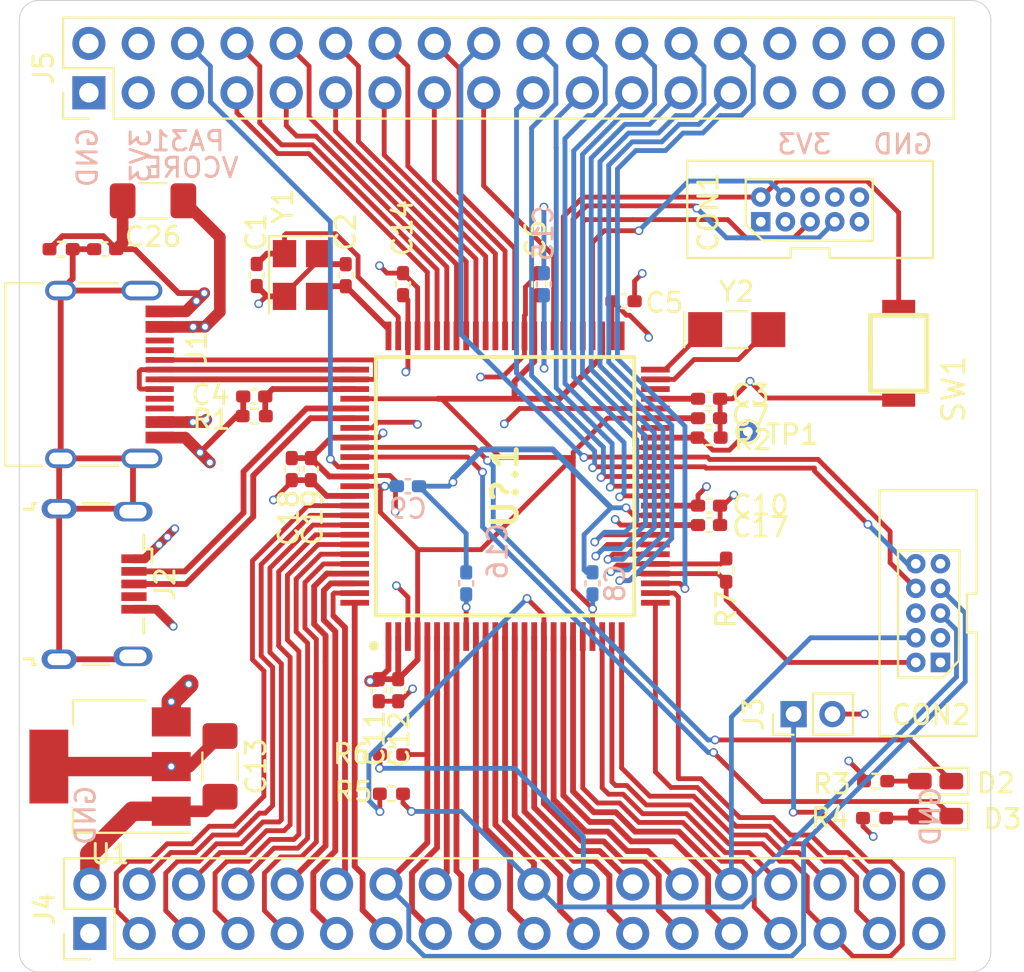
<source format=kicad_pcb>
(kicad_pcb (version 20171130) (host pcbnew "(5.1.10-1-10_14)")
  (layers (0 F.Cu signal) (1 GND signal) (2 PWR signal) (31 B.Cu signal) (34 B.Paste user) (35 F.Paste user) (36 B.SilkS user) (37 F.SilkS user) (38 B.Mask user) (39 F.Mask user) (44 Edge.Cuts user))
  (net 0 "")
  (net 1 "Net-(C1-Pad2)")
  (net 2 GND)
  (net 3 "Net-(C2-Pad2)")
  (net 4 "Net-(C3-Pad2)")
  (net 5 "Net-(C4-Pad1)")
  (net 6 VCC)
  (net 7 +3V3)
  (net 8 "Net-(R2-Pad1)")
  (net 9 PB8)
  (net 10 PB7)
  (net 11 PB6)
  (net 12 PB5)
  (net 13 PA27)
  (net 14 PB13)
  (net 15 PB12)
  (net 16 PB11)
  (net 17 PB2)
  (net 18 PB1)
  (net 19 PB0)
  (net 20 PA29)
  (net 21 PA28)
  (net 22 USB_FS_DP)
  (net 23 USB_FS_DM)
  (net 24 USB_HS_DM)
  (net 25 USB_HS_DP)
  (net 26 PB9)
  (net 27 PB10)
  (net 28 PB14)
  (net 29 PB17)
  (net 30 PB18)
  (net 31 PB19)
  (net 32 PB20)
  (net 33 PB21)
  (net 34 PB22)
  (net 35 PB23)
  (net 36 PB24)
  (net 37 PA12)
  (net 38 PA11)
  (net 39 PA10)
  (net 40 PA9)
  (net 41 PA8)
  (net 42 PA7)
  (net 43 PA6)
  (net 44 PA5)
  (net 45 PA4)
  (net 46 PA3)
  (net 47 PA2)
  (net 48 PA1)
  (net 49 PA0)
  (net 50 PA26)
  (net 51 PA25)
  (net 52 PA24)
  (net 53 PA23)
  (net 54 PA21)
  (net 55 PA20)
  (net 56 PA19)
  (net 57 PA18)
  (net 58 PB15)
  (net 59 PB16)
  (net 60 PA17)
  (net 61 PA16)
  (net 62 PA15)
  (net 63 PA14)
  (net 64 PA13)
  (net 65 PB4)
  (net 66 PB3)
  (net 67 PA30)
  (net 68 PA22)
  (net 69 HOST_SWCLK)
  (net 70 HOST_SWDIO)
  (net 71 HOST_SWO)
  (net 72 HOST_RESET)
  (net 73 "Net-(D2-Pad2)")
  (net 74 "Net-(D3-Pad2)")
  (net 75 VBUS)
  (net 76 "Net-(U?.1-Pad50)")
  (net 77 "Net-(U?.1-Pad49)")
  (net 78 SHIELD)
  (net 79 PA31)
  (module Crystal:Crystal_SMD_MicroCrystal_CC7V-T1A-2Pin_3.2x1.5mm_HandSoldering (layer F.Cu) (at 136.925 66.94)
    (fp_text reference Y2 (at 0 -1.95) (layer F.SilkS))
    (fp_text value Crystal)
    (pad 2 smd rect (at 1.625 0) (size 1.75 1.8) (layers F.Cu F.Paste F.Mask) (net 77 "Net-(U?.1-Pad49)"))
    (pad 1 smd rect (at -1.625 0) (size 1.75 1.8) (layers F.Cu F.Paste F.Mask) (net 76 "Net-(U?.1-Pad50)"))
  )
  (module mybays_connector:TestPoint_0.5 (layer F.Cu) (at 137.5 72.19)
    (fp_text reference TP1 (at 2.29 0.15) (layer F.SilkS))
    (fp_text value TestPoint)
    (pad 1 thru_hole circle (at 0 0) (size 1 1) (drill 0.5) (layers *.Cu *.Mask) (net 8 "Net-(R2-Pad1)"))
  )
  (module mybays_connector:debugger_2x05_P1.27mm_Vertical (layer F.Cu) (at 146.775 81.53 180)
    (fp_text reference CON2 (at -0.15 -5.24) (layer F.SilkS))
    (fp_text value CORTEX-DEBUGGER_HOST)
    (pad 9 thru_hole oval (at -0.635 2.54 180) (size 1 1) (drill 0.5) (layers *.Cu *.Mask) (net 2 GND))
    (pad 10 thru_hole oval (at 0.635 2.54 180) (size 1 1) (drill 0.5) (layers *.Cu *.Mask) (net 38 PA11))
    (pad 7 thru_hole oval (at -0.635 1.27 180) (size 1 1) (drill 0.5) (layers *.Cu *.Mask) (net 68 PA22))
    (pad 8 thru_hole oval (at 0.635 1.27 180) (size 1 1) (drill 0.5) (layers *.Cu *.Mask) (net 37 PA12))
    (pad 5 thru_hole oval (at -0.635 0 180) (size 1 1) (drill 0.5) (layers *.Cu *.Mask) (net 62 PA15))
    (pad 6 thru_hole oval (at 0.635 0 180) (size 1 1) (drill 0.5) (layers *.Cu *.Mask) (net 2 GND))
    (pad 3 thru_hole oval (at -0.635 -1.27 180) (size 1 1) (drill 0.5) (layers *.Cu *.Mask) (net 7 +3V3))
    (pad 4 thru_hole oval (at 0.635 -1.27 180) (size 1 1) (drill 0.5) (layers *.Cu *.Mask) (net 54 PA21))
    (pad 2 thru_hole oval (at 0.635 -2.54 180) (size 1 1) (drill 0.5) (layers *.Cu *.Mask) (net 46 PA3))
    (pad 1 thru_hole rect (at -0.635 -2.54 180) (size 1 1) (drill 0.5) (layers *.Cu *.Mask))
  )
  (module Package_TO_SOT_SMD:SOT-223-3_TabPin2 (layer F.Cu) (at 104.67 89.43 180)
    (fp_text reference U1 (at 0 -4.5) (layer F.SilkS))
    (fp_text value LM1117-3.3)
    (pad 1 smd rect (at -3.15 -2.3 180) (size 2 1.5) (layers F.Cu F.Paste F.Mask) (net 2 GND))
    (pad 3 smd rect (at -3.15 2.3 180) (size 2 1.5) (layers F.Cu F.Paste F.Mask) (net 75 VBUS))
    (pad 2 smd rect (at -3.15 0 180) (size 2 1.5) (layers F.Cu F.Paste F.Mask) (net 7 +3V3))
    (pad 2 smd rect (at 3.15 0 180) (size 2 3.8) (layers F.Cu F.Paste F.Mask) (net 7 +3V3))
  )
  (module Capacitor_SMD:C_0402_1005Metric_Pad0.74x0.62mm_HandSolder (layer F.Cu) (at 115.01 74.12 270)
    (fp_text reference C19 (at 2.49 -0.08 90) (layer F.SilkS))
    (fp_text value 10u)
    (pad 2 smd roundrect (at 0.5675 0 270) (size 0.735 0.62) (layers F.Cu F.Paste F.Mask) (net 2 GND))
    (pad 1 smd roundrect (at -0.5675 0 270) (size 0.735 0.62) (layers F.Cu F.Paste F.Mask) (net 6 VCC))
  )
  (module Resistor_SMD:R_0402_1005Metric_Pad0.72x0.64mm_HandSolder (layer F.Cu) (at 102.15 62.8)
    (fp_text reference R8 hide)
    (fp_text value 10k)
    (pad 2 smd roundrect (at 0.5975 0) (size 0.715 0.64) (layers F.Cu F.Paste F.Mask) (net 78 SHIELD))
    (pad 1 smd roundrect (at -0.5975 0) (size 0.715 0.64) (layers F.Cu F.Paste F.Mask) (net 2 GND))
  )
  (module Capacitor_SMD:C_0402_1005Metric_Pad0.74x0.62mm_HandSolder (layer F.Cu) (at 104.42 62.8 180)
    (fp_text reference C27 hide)
    (fp_text value 100n)
    (pad 2 smd roundrect (at 0.5675 0 180) (size 0.735 0.62) (layers F.Cu F.Paste F.Mask) (net 78 SHIELD))
    (pad 1 smd roundrect (at -0.5675 0 180) (size 0.735 0.62) (layers F.Cu F.Paste F.Mask) (net 2 GND))
  )
  (module Connector_PinHeader_2.54mm:PinHeader_2x18_P2.54mm_Vertical (layer F.Cu) (at 103.58 54.75 90)
    (fp_text reference J5 (at 1.27 -2.33 90) (layer F.SilkS))
    (fp_text value Conn_02x18_Odd_Even)
    (pad 36 thru_hole oval (at 2.54 43.18 90) (size 1.7 1.7) (drill 1) (layers *.Cu *.Mask) (net 2 GND))
    (pad 35 thru_hole oval (at 0 43.18 90) (size 1.7 1.7) (drill 1) (layers *.Cu *.Mask) (net 2 GND))
    (pad 34 thru_hole oval (at 2.54 40.64 90) (size 1.7 1.7) (drill 1) (layers *.Cu *.Mask) (net 2 GND))
    (pad 33 thru_hole oval (at 0 40.64 90) (size 1.7 1.7) (drill 1) (layers *.Cu *.Mask) (net 2 GND))
    (pad 32 thru_hole oval (at 2.54 38.1 90) (size 1.7 1.7) (drill 1) (layers *.Cu *.Mask) (net 7 +3V3))
    (pad 31 thru_hole oval (at 0 38.1 90) (size 1.7 1.7) (drill 1) (layers *.Cu *.Mask) (net 7 +3V3))
    (pad 30 thru_hole oval (at 2.54 35.56 90) (size 1.7 1.7) (drill 1) (layers *.Cu *.Mask) (net 7 +3V3))
    (pad 29 thru_hole oval (at 0 35.56 90) (size 1.7 1.7) (drill 1) (layers *.Cu *.Mask) (net 7 +3V3))
    (pad 28 thru_hole oval (at 2.54 33.02 90) (size 1.7 1.7) (drill 1) (layers *.Cu *.Mask) (net 47 PA2))
    (pad 27 thru_hole oval (at 0 33.02 90) (size 1.7 1.7) (drill 1) (layers *.Cu *.Mask) (net 46 PA3))
    (pad 26 thru_hole oval (at 2.54 30.48 90) (size 1.7 1.7) (drill 1) (layers *.Cu *.Mask) (net 45 PA4))
    (pad 25 thru_hole oval (at 0 30.48 90) (size 1.7 1.7) (drill 1) (layers *.Cu *.Mask) (net 44 PA5))
    (pad 24 thru_hole oval (at 2.54 27.94 90) (size 1.7 1.7) (drill 1) (layers *.Cu *.Mask) (net 43 PA6))
    (pad 23 thru_hole oval (at 0 27.94 90) (size 1.7 1.7) (drill 1) (layers *.Cu *.Mask) (net 42 PA7))
    (pad 22 thru_hole oval (at 2.54 25.4 90) (size 1.7 1.7) (drill 1) (layers *.Cu *.Mask) (net 41 PA8))
    (pad 21 thru_hole oval (at 0 25.4 90) (size 1.7 1.7) (drill 1) (layers *.Cu *.Mask) (net 40 PA9))
    (pad 20 thru_hole oval (at 2.54 22.86 90) (size 1.7 1.7) (drill 1) (layers *.Cu *.Mask) (net 39 PA10))
    (pad 19 thru_hole oval (at 0 22.86 90) (size 1.7 1.7) (drill 1) (layers *.Cu *.Mask) (net 38 PA11))
    (pad 18 thru_hole oval (at 2.54 20.32 90) (size 1.7 1.7) (drill 1) (layers *.Cu *.Mask) (net 37 PA12))
    (pad 17 thru_hole oval (at 0 20.32 90) (size 1.7 1.7) (drill 1) (layers *.Cu *.Mask) (net 36 PB24))
    (pad 16 thru_hole oval (at 2.54 17.78 90) (size 1.7 1.7) (drill 1) (layers *.Cu *.Mask) (net 35 PB23))
    (pad 15 thru_hole oval (at 0 17.78 90) (size 1.7 1.7) (drill 1) (layers *.Cu *.Mask) (net 34 PB22))
    (pad 14 thru_hole oval (at 2.54 15.24 90) (size 1.7 1.7) (drill 1) (layers *.Cu *.Mask) (net 33 PB21))
    (pad 13 thru_hole oval (at 0 15.24 90) (size 1.7 1.7) (drill 1) (layers *.Cu *.Mask) (net 32 PB20))
    (pad 12 thru_hole oval (at 2.54 12.7 90) (size 1.7 1.7) (drill 1) (layers *.Cu *.Mask) (net 31 PB19))
    (pad 11 thru_hole oval (at 0 12.7 90) (size 1.7 1.7) (drill 1) (layers *.Cu *.Mask) (net 30 PB18))
    (pad 10 thru_hole oval (at 2.54 10.16 90) (size 1.7 1.7) (drill 1) (layers *.Cu *.Mask) (net 29 PB17))
    (pad 9 thru_hole oval (at 0 10.16 90) (size 1.7 1.7) (drill 1) (layers *.Cu *.Mask) (net 28 PB14))
    (pad 8 thru_hole oval (at 2.54 7.62 90) (size 1.7 1.7) (drill 1) (layers *.Cu *.Mask) (net 27 PB10))
    (pad 7 thru_hole oval (at 0 7.62 90) (size 1.7 1.7) (drill 1) (layers *.Cu *.Mask) (net 26 PB9))
    (pad 6 thru_hole oval (at 2.54 5.08 90) (size 1.7 1.7) (drill 1) (layers *.Cu *.Mask) (net 79 PA31))
    (pad 5 thru_hole oval (at 0 5.08 90) (size 1.7 1.7) (drill 1) (layers *.Cu *.Mask) (net 6 VCC))
    (pad 4 thru_hole oval (at 2.54 2.54 90) (size 1.7 1.7) (drill 1) (layers *.Cu *.Mask) (net 7 +3V3))
    (pad 3 thru_hole oval (at 0 2.54 90) (size 1.7 1.7) (drill 1) (layers *.Cu *.Mask) (net 7 +3V3))
    (pad 2 thru_hole oval (at 2.54 0 90) (size 1.7 1.7) (drill 1) (layers *.Cu *.Mask) (net 2 GND))
    (pad 1 thru_hole rect (at 0 0 90) (size 1.7 1.7) (drill 1) (layers *.Cu *.Mask) (net 2 GND))
  )
  (module Connector_PinHeader_2.54mm:PinHeader_2x18_P2.54mm_Vertical (layer F.Cu) (at 103.63 98.02 90)
    (fp_text reference J4 (at 1.27 -2.33 90) (layer F.SilkS))
    (fp_text value Conn_02x18_Odd_Even)
    (pad 36 thru_hole oval (at 2.54 43.18 90) (size 1.7 1.7) (drill 1) (layers *.Cu *.Mask) (net 2 GND))
    (pad 35 thru_hole oval (at 0 43.18 90) (size 1.7 1.7) (drill 1) (layers *.Cu *.Mask) (net 2 GND))
    (pad 34 thru_hole oval (at 2.54 40.64 90) (size 1.7 1.7) (drill 1) (layers *.Cu *.Mask) (net 48 PA1))
    (pad 33 thru_hole oval (at 0 40.64 90) (size 1.7 1.7) (drill 1) (layers *.Cu *.Mask) (net 49 PA0))
    (pad 32 thru_hole oval (at 2.54 38.1 90) (size 1.7 1.7) (drill 1) (layers *.Cu *.Mask) (net 50 PA26))
    (pad 31 thru_hole oval (at 0 38.1 90) (size 1.7 1.7) (drill 1) (layers *.Cu *.Mask) (net 51 PA25))
    (pad 30 thru_hole oval (at 2.54 35.56 90) (size 1.7 1.7) (drill 1) (layers *.Cu *.Mask) (net 52 PA24))
    (pad 29 thru_hole oval (at 0 35.56 90) (size 1.7 1.7) (drill 1) (layers *.Cu *.Mask) (net 53 PA23))
    (pad 28 thru_hole oval (at 2.54 33.02 90) (size 1.7 1.7) (drill 1) (layers *.Cu *.Mask) (net 54 PA21))
    (pad 27 thru_hole oval (at 0 33.02 90) (size 1.7 1.7) (drill 1) (layers *.Cu *.Mask) (net 55 PA20))
    (pad 26 thru_hole oval (at 2.54 30.48 90) (size 1.7 1.7) (drill 1) (layers *.Cu *.Mask) (net 56 PA19))
    (pad 25 thru_hole oval (at 0 30.48 90) (size 1.7 1.7) (drill 1) (layers *.Cu *.Mask) (net 57 PA18))
    (pad 24 thru_hole oval (at 2.54 27.94 90) (size 1.7 1.7) (drill 1) (layers *.Cu *.Mask) (net 58 PB15))
    (pad 23 thru_hole oval (at 0 27.94 90) (size 1.7 1.7) (drill 1) (layers *.Cu *.Mask) (net 59 PB16))
    (pad 22 thru_hole oval (at 2.54 25.4 90) (size 1.7 1.7) (drill 1) (layers *.Cu *.Mask) (net 60 PA17))
    (pad 21 thru_hole oval (at 0 25.4 90) (size 1.7 1.7) (drill 1) (layers *.Cu *.Mask) (net 61 PA16))
    (pad 20 thru_hole oval (at 2.54 22.86 90) (size 1.7 1.7) (drill 1) (layers *.Cu *.Mask) (net 62 PA15))
    (pad 19 thru_hole oval (at 0 22.86 90) (size 1.7 1.7) (drill 1) (layers *.Cu *.Mask) (net 63 PA14))
    (pad 18 thru_hole oval (at 2.54 20.32 90) (size 1.7 1.7) (drill 1) (layers *.Cu *.Mask) (net 64 PA13))
    (pad 17 thru_hole oval (at 0 20.32 90) (size 1.7 1.7) (drill 1) (layers *.Cu *.Mask) (net 65 PB4))
    (pad 16 thru_hole oval (at 2.54 17.78 90) (size 1.7 1.7) (drill 1) (layers *.Cu *.Mask) (net 66 PB3))
    (pad 15 thru_hole oval (at 0 17.78 90) (size 1.7 1.7) (drill 1) (layers *.Cu *.Mask) (net 67 PA30))
    (pad 14 thru_hole oval (at 2.54 15.24 90) (size 1.7 1.7) (drill 1) (layers *.Cu *.Mask) (net 68 PA22))
    (pad 13 thru_hole oval (at 0 15.24 90) (size 1.7 1.7) (drill 1) (layers *.Cu *.Mask) (net 9 PB8))
    (pad 12 thru_hole oval (at 2.54 12.7 90) (size 1.7 1.7) (drill 1) (layers *.Cu *.Mask) (net 10 PB7))
    (pad 11 thru_hole oval (at 0 12.7 90) (size 1.7 1.7) (drill 1) (layers *.Cu *.Mask) (net 11 PB6))
    (pad 10 thru_hole oval (at 2.54 10.16 90) (size 1.7 1.7) (drill 1) (layers *.Cu *.Mask) (net 12 PB5))
    (pad 9 thru_hole oval (at 0 10.16 90) (size 1.7 1.7) (drill 1) (layers *.Cu *.Mask) (net 13 PA27))
    (pad 8 thru_hole oval (at 2.54 7.62 90) (size 1.7 1.7) (drill 1) (layers *.Cu *.Mask) (net 14 PB13))
    (pad 7 thru_hole oval (at 0 7.62 90) (size 1.7 1.7) (drill 1) (layers *.Cu *.Mask) (net 15 PB12))
    (pad 6 thru_hole oval (at 2.54 5.08 90) (size 1.7 1.7) (drill 1) (layers *.Cu *.Mask) (net 16 PB11))
    (pad 5 thru_hole oval (at 0 5.08 90) (size 1.7 1.7) (drill 1) (layers *.Cu *.Mask) (net 17 PB2))
    (pad 4 thru_hole oval (at 2.54 2.54 90) (size 1.7 1.7) (drill 1) (layers *.Cu *.Mask) (net 18 PB1))
    (pad 3 thru_hole oval (at 0 2.54 90) (size 1.7 1.7) (drill 1) (layers *.Cu *.Mask) (net 19 PB0))
    (pad 2 thru_hole oval (at 2.54 0 90) (size 1.7 1.7) (drill 1) (layers *.Cu *.Mask) (net 2 GND))
    (pad 1 thru_hole rect (at 0 0 90) (size 1.7 1.7) (drill 1) (layers *.Cu *.Mask) (net 2 GND))
  )
  (module Crystal:Crystal_SMD_3225-4Pin_3.2x2.5mm (layer F.Cu) (at 114.5 64.13 270)
    (fp_text reference Y1 (at -3.55 0.93 90) (layer F.SilkS))
    (fp_text value 12MHz)
    (pad 4 smd rect (at -1.1 -0.85 270) (size 1.4 1.2) (layers F.Cu F.Paste F.Mask) (net 2 GND))
    (pad 3 smd rect (at 1.1 -0.85 270) (size 1.4 1.2) (layers F.Cu F.Paste F.Mask) (net 3 "Net-(C2-Pad2)"))
    (pad 2 smd rect (at 1.1 0.85 270) (size 1.4 1.2) (layers F.Cu F.Paste F.Mask) (net 2 GND))
    (pad 1 smd rect (at -1.1 0.85 270) (size 1.4 1.2) (layers F.Cu F.Paste F.Mask) (net 1 "Net-(C1-Pad2)"))
  )
  (module mybays_connector:USB_Micro-B_Wuerth_629105150521_CircularHoles (layer F.Cu) (at 104 80.033824 270)
    (fp_text reference J2 (at 0 -3.5 90) (layer F.SilkS))
    (fp_text value microusb)
    (pad "" np_thru_hole circle (at 2.5 -0.8 270) (size 0.8 0.8) (drill 0.8) (layers *.Cu *.Mask))
    (pad "" np_thru_hole circle (at -2.5 -0.8 270) (size 0.8 0.8) (drill 0.8) (layers *.Cu *.Mask))
    (pad 0 thru_hole oval (at 3.875 1.95 270) (size 1 1.8) (drill oval 0.6 1.2) (layers *.Cu *.Mask) (net 78 SHIELD))
    (pad 0 thru_hole oval (at -3.875 1.95 270) (size 1 1.8) (drill oval 0.6 1.2) (layers *.Cu *.Mask) (net 78 SHIELD))
    (pad 0 thru_hole oval (at 3.725 -1.85 270) (size 1 2) (drill oval 0.7 1.4) (layers *.Cu *.Mask) (net 78 SHIELD))
    (pad 0 thru_hole oval (at -3.725 -1.85 270) (size 1 2) (drill oval 0.7 1.4) (layers *.Cu *.Mask) (net 78 SHIELD))
    (pad 5 smd rect (at 1.3 -1.9 270) (size 0.45 1.3) (layers F.Cu F.Paste F.Mask) (net 2 GND))
    (pad 4 smd rect (at 0.65 -1.9 270) (size 0.45 1.3) (layers F.Cu F.Paste F.Mask))
    (pad 3 smd rect (at 0 -1.9 270) (size 0.45 1.3) (layers F.Cu F.Paste F.Mask) (net 22 USB_FS_DP))
    (pad 2 smd rect (at -0.65 -1.9 270) (size 0.45 1.3) (layers F.Cu F.Paste F.Mask) (net 23 USB_FS_DM))
    (pad 1 smd rect (at -1.3 -1.9 270) (size 0.45 1.3) (layers F.Cu F.Paste F.Mask) (net 75 VBUS))
  )
  (module Capacitor_SMD:C_1206_3216Metric_Pad1.33x1.80mm_HandSolder (layer F.Cu) (at 106.88 60.31 180)
    (fp_text reference C26 (at 0 -1.85) (layer F.SilkS))
    (fp_text value 10u)
    (pad 2 smd roundrect (at 1.5625 0 180) (size 1.325 1.8) (layers F.Cu F.Paste F.Mask) (roundrect_rratio 0.1886784905660377) (net 2 GND))
    (pad 1 smd roundrect (at -1.5625 0 180) (size 1.325 1.8) (layers F.Cu F.Paste F.Mask) (roundrect_rratio 0.1886784905660377) (net 75 VBUS))
  )
  (module Capacitor_SMD:C_1206_3216Metric_Pad1.33x1.80mm_HandSolder (layer F.Cu) (at 110.33 89.42 270)
    (fp_text reference C13 (at 0 -1.85 90) (layer F.SilkS))
    (fp_text value 10u)
    (pad 2 smd roundrect (at 1.5625 0 270) (size 1.325 1.8) (layers F.Cu F.Paste F.Mask) (roundrect_rratio 0.1886784905660377) (net 2 GND))
    (pad 1 smd roundrect (at -1.5625 0 270) (size 1.325 1.8) (layers F.Cu F.Paste F.Mask) (roundrect_rratio 0.1886784905660377) (net 7 +3V3))
  )
  (module Resistor_SMD:R_0402_1005Metric_Pad0.72x0.64mm_HandSolder (layer F.Cu) (at 136.38 79.32 270)
    (fp_text reference R7 (at 2.01 0 90) (layer F.SilkS))
    (fp_text value 150)
    (pad 2 smd roundrect (at 0.5975 0 270) (size 0.715 0.64) (layers F.Cu F.Paste F.Mask) (net 46 PA3))
    (pad 1 smd roundrect (at -0.5975 0 270) (size 0.715 0.64) (layers F.Cu F.Paste F.Mask) (net 45 PA4))
  )
  (module Resistor_SMD:R_0402_1005Metric_Pad0.72x0.64mm_HandSolder (layer F.Cu) (at 119.16 88.81 180)
    (fp_text reference R6 (at 2.0425 0.03) (layer F.SilkS))
    (fp_text value 150)
    (pad 2 smd roundrect (at 0.5975 0 180) (size 0.715 0.64) (layers F.Cu F.Paste F.Mask) (net 60 PA17))
    (pad 1 smd roundrect (at -0.5975 0 180) (size 0.715 0.64) (layers F.Cu F.Paste F.Mask) (net 68 PA22))
  )
  (module Resistor_SMD:R_0402_1005Metric_Pad0.72x0.64mm_HandSolder (layer F.Cu) (at 119.15 90.83 180)
    (fp_text reference R5 (at 1.95 0.1) (layer F.SilkS))
    (fp_text value 150)
    (pad 2 smd roundrect (at 0.5975 0 180) (size 0.715 0.64) (layers F.Cu F.Paste F.Mask) (net 57 PA18))
    (pad 1 smd roundrect (at -0.5975 0 180) (size 0.715 0.64) (layers F.Cu F.Paste F.Mask) (net 62 PA15))
  )
  (module Resistor_SMD:R_0402_1005Metric_Pad0.72x0.64mm_HandSolder (layer F.Cu) (at 144.02 92.08 180)
    (fp_text reference R4 (at 2.3025 0) (layer F.SilkS))
    (fp_text value 1k)
    (pad 2 smd roundrect (at 0.5975 0 180) (size 0.715 0.64) (layers F.Cu F.Paste F.Mask) (net 7 +3V3))
    (pad 1 smd roundrect (at -0.5975 0 180) (size 0.715 0.64) (layers F.Cu F.Paste F.Mask) (net 74 "Net-(D3-Pad2)"))
  )
  (module Resistor_SMD:R_0402_1005Metric_Pad0.72x0.64mm_HandSolder (layer F.Cu) (at 144.0725 90.18 180)
    (fp_text reference R3 (at 2.2525 -0.15) (layer F.SilkS))
    (fp_text value 1k)
    (pad 2 smd roundrect (at 0.5975 0 180) (size 0.715 0.64) (layers F.Cu F.Paste F.Mask) (net 7 +3V3))
    (pad 1 smd roundrect (at -0.5975 0 180) (size 0.715 0.64) (layers F.Cu F.Paste F.Mask) (net 73 "Net-(D2-Pad2)"))
  )
  (module LED_SMD:LED_0603_1608Metric_Castellated (layer F.Cu) (at 147.1575 91.98 180)
    (fp_text reference D3 (at -3.4525 -0.15) (layer F.SilkS))
    (fp_text value GREEN)
    (pad 2 smd roundrect (at 0.8125 0 180) (size 1.225 0.85) (layers F.Cu F.Paste F.Mask) (net 74 "Net-(D3-Pad2)"))
    (pad 1 smd roundrect (at -0.8125 0 180) (size 1.225 0.85) (layers F.Cu F.Paste F.Mask) (net 20 PA29))
  )
  (module LED_SMD:LED_0603_1608Metric_Castellated (layer F.Cu) (at 147.1575 90.18 180)
    (fp_text reference D2 (at -3.1025 -0.1) (layer F.SilkS))
    (fp_text value RED)
    (pad 2 smd roundrect (at 0.8125 0 180) (size 1.225 0.85) (layers F.Cu F.Paste F.Mask) (net 73 "Net-(D2-Pad2)"))
    (pad 1 smd roundrect (at -0.8125 0 180) (size 1.225 0.85) (layers F.Cu F.Paste F.Mask) (net 21 PA28))
  )
  (module mybays_connector:turtlekey (layer F.Cu) (at 145.26 68.16 270)
    (fp_text reference SW1 (at 0 -2.830322 90) (layer F.SilkS) (effects (font (size 1.143 1.143) (thickness 0.1524)) (justify right)))
    (fp_text value SW_Push)
    (pad 1 smd rect (at -2.29997 0 270) (size 0.899998 1.699997) (layers F.Cu F.Paste F.Mask) (net 72 HOST_RESET))
    (pad 2 smd rect (at 2.29997 0 270) (size 0.899998 1.699997) (layers F.Cu F.Paste F.Mask) (net 2 GND))
  )
  (module Connector_PinHeader_2.00mm:PinHeader_1x02_P2.00mm_Vertical (layer F.Cu) (at 139.85 86.73 90)
    (fp_text reference J3 (at 0 -2.06 90) (layer F.SilkS))
    (fp_text value Conn_01x02)
    (pad 2 thru_hole oval (at 0 2 90) (size 1.35 1.35) (drill 0.8) (layers *.Cu *.Mask) (net 2 GND))
    (pad 1 thru_hole rect (at 0 0 90) (size 1.35 1.35) (drill 0.8) (layers *.Cu *.Mask) (net 51 PA25))
  )
  (module mybays_connector:debugger_2x05_P1.27mm_Vertical (layer F.Cu) (at 140.7 60.755 90)
    (fp_text reference CON1 (at -0.15 -5.24 90) (layer F.SilkS))
    (fp_text value CORTEX-DEBUGGER)
    (pad 9 thru_hole oval (at -0.635 2.54 90) (size 1 1) (drill 0.5) (layers *.Cu *.Mask) (net 2 GND))
    (pad 10 thru_hole oval (at 0.635 2.54 90) (size 1 1) (drill 0.5) (layers *.Cu *.Mask))
    (pad 7 thru_hole oval (at -0.635 1.27 90) (size 1 1) (drill 0.5) (layers *.Cu *.Mask) (net 69 HOST_SWCLK))
    (pad 8 thru_hole oval (at 0.635 1.27 90) (size 1 1) (drill 0.5) (layers *.Cu *.Mask))
    (pad 5 thru_hole oval (at -0.635 0 90) (size 1 1) (drill 0.5) (layers *.Cu *.Mask) (net 70 HOST_SWDIO))
    (pad 6 thru_hole oval (at 0.635 0 90) (size 1 1) (drill 0.5) (layers *.Cu *.Mask) (net 2 GND))
    (pad 3 thru_hole oval (at -0.635 -1.27 90) (size 1 1) (drill 0.5) (layers *.Cu *.Mask) (net 7 +3V3))
    (pad 4 thru_hole oval (at 0.635 -1.27 90) (size 1 1) (drill 0.5) (layers *.Cu *.Mask) (net 71 HOST_SWO))
    (pad 2 thru_hole oval (at 0.635 -2.54 90) (size 1 1) (drill 0.5) (layers *.Cu *.Mask) (net 72 HOST_RESET))
    (pad 1 thru_hole rect (at -0.635 -2.54 90) (size 1 1) (drill 0.5) (layers *.Cu *.Mask))
  )
  (module Capacitor_SMD:C_0402_1005Metric_Pad0.74x0.62mm_HandSolder (layer F.Cu) (at 114.02 74.12 270)
    (fp_text reference C18 (at 2.52 0.16 90) (layer F.SilkS))
    (fp_text value 100n)
    (pad 2 smd roundrect (at 0.5675 0 270) (size 0.735 0.62) (layers F.Cu F.Paste F.Mask) (net 2 GND))
    (pad 1 smd roundrect (at -0.5675 0 270) (size 0.735 0.62) (layers F.Cu F.Paste F.Mask) (net 6 VCC))
  )
  (module Capacitor_SMD:C_0402_1005Metric_Pad0.74x0.62mm_HandSolder (layer F.Cu) (at 135.5 77)
    (fp_text reference C17 (at 2.64 0.11) (layer F.SilkS))
    (fp_text value 100n)
    (pad 2 smd roundrect (at 0.5675 0) (size 0.735 0.62) (layers F.Cu F.Paste F.Mask) (net 2 GND))
    (pad 1 smd roundrect (at -0.5675 0) (size 0.735 0.62) (layers F.Cu F.Paste F.Mask) (net 6 VCC))
  )
  (module Capacitor_SMD:C_0402_1005Metric_Pad0.74x0.62mm_HandSolder (layer B.Cu) (at 123 80 90)
    (fp_text reference C16 (at 1.6475 1.61 270) (layer B.SilkS) (effects (justify mirror)))
    (fp_text value 100n)
    (pad 2 smd roundrect (at 0.5675 0 90) (size 0.735 0.62) (layers B.Cu B.Paste B.Mask) (net 2 GND))
    (pad 1 smd roundrect (at -0.5675 0 90) (size 0.735 0.62) (layers B.Cu B.Paste B.Mask) (net 6 VCC))
  )
  (module Capacitor_SMD:C_0402_1005Metric_Pad0.74x0.62mm_HandSolder (layer B.Cu) (at 127 64.6 90)
    (fp_text reference C15 (at 2.63 -0.03 270) (layer B.SilkS) (effects (justify mirror)))
    (fp_text value 100n)
    (pad 2 smd roundrect (at 0.5675 0 90) (size 0.735 0.62) (layers B.Cu B.Paste B.Mask) (net 2 GND))
    (pad 1 smd roundrect (at -0.5675 0 90) (size 0.735 0.62) (layers B.Cu B.Paste B.Mask) (net 6 VCC))
  )
  (module Capacitor_SMD:C_0402_1005Metric_Pad0.74x0.62mm_HandSolder (layer F.Cu) (at 119.75 64.6 90)
    (fp_text reference C14 (at 2.89 -0.03 90) (layer F.SilkS))
    (fp_text value 100n)
    (pad 2 smd roundrect (at 0.5675 0 90) (size 0.735 0.62) (layers F.Cu F.Paste F.Mask) (net 2 GND))
    (pad 1 smd roundrect (at -0.5675 0 90) (size 0.735 0.62) (layers F.Cu F.Paste F.Mask) (net 6 VCC))
  )
  (module Capacitor_SMD:C_0402_1005Metric_Pad0.74x0.62mm_HandSolder (layer F.Cu) (at 119.5 85.5 270)
    (fp_text reference C12 (at 2.54 -0.05 90) (layer F.SilkS))
    (fp_text value 100n)
    (pad 2 smd roundrect (at 0.5675 0 270) (size 0.735 0.62) (layers F.Cu F.Paste F.Mask) (net 2 GND))
    (pad 1 smd roundrect (at -0.5675 0 270) (size 0.735 0.62) (layers F.Cu F.Paste F.Mask) (net 7 +3V3))
  )
  (module Capacitor_SMD:C_0402_1005Metric_Pad0.74x0.62mm_HandSolder (layer F.Cu) (at 118.5 85.5 270)
    (fp_text reference C11 (at 2.48 0.22 90) (layer F.SilkS))
    (fp_text value 100n)
    (pad 2 smd roundrect (at 0.5675 0 270) (size 0.735 0.62) (layers F.Cu F.Paste F.Mask) (net 2 GND))
    (pad 1 smd roundrect (at -0.5675 0 270) (size 0.735 0.62) (layers F.Cu F.Paste F.Mask) (net 7 +3V3))
  )
  (module Capacitor_SMD:C_0402_1005Metric_Pad0.74x0.62mm_HandSolder (layer F.Cu) (at 135.5 76)
    (fp_text reference C10 (at 2.65 -0.02) (layer F.SilkS))
    (fp_text value 100n)
    (pad 2 smd roundrect (at 0.5675 0) (size 0.735 0.62) (layers F.Cu F.Paste F.Mask) (net 2 GND))
    (pad 1 smd roundrect (at -0.5675 0) (size 0.735 0.62) (layers F.Cu F.Paste F.Mask) (net 7 +3V3))
  )
  (module Capacitor_SMD:C_0402_1005Metric_Pad0.74x0.62mm_HandSolder (layer B.Cu) (at 120 75)
    (fp_text reference C9 (at 0 1.16) (layer B.SilkS) (effects (justify mirror)))
    (fp_text value 100n)
    (pad 2 smd roundrect (at 0.5675 0) (size 0.735 0.62) (layers B.Cu B.Paste B.Mask) (net 2 GND))
    (pad 1 smd roundrect (at -0.5675 0) (size 0.735 0.62) (layers B.Cu B.Paste B.Mask) (net 7 +3V3))
  )
  (module Capacitor_SMD:C_0402_1005Metric_Pad0.74x0.62mm_HandSolder (layer B.Cu) (at 129.5 80 90)
    (fp_text reference C8 (at 0 1.16 -90) (layer B.SilkS) (effects (justify mirror)))
    (fp_text value 100n)
    (pad 2 smd roundrect (at 0.5675 0 90) (size 0.735 0.62) (layers B.Cu B.Paste B.Mask) (net 2 GND))
    (pad 1 smd roundrect (at -0.5675 0 90) (size 0.735 0.62) (layers B.Cu B.Paste B.Mask) (net 7 +3V3))
  )
  (module Capacitor_SMD:C_0402_1005Metric_Pad0.74x0.62mm_HandSolder (layer F.Cu) (at 135.5 71.5)
    (fp_text reference C7 (at 2.14 -0.12) (layer F.SilkS))
    (fp_text value 100n)
    (pad 2 smd roundrect (at 0.5675 0) (size 0.735 0.62) (layers F.Cu F.Paste F.Mask) (net 2 GND))
    (pad 1 smd roundrect (at -0.5675 0) (size 0.735 0.62) (layers F.Cu F.Paste F.Mask) (net 7 +3V3))
  )
  (module mybays_connector:USB_C (layer F.Cu) (at 103.18 69.25 270)
    (fp_text reference J1 (at -1.34 -5.95 90) (layer F.SilkS))
    (fp_text value USB_C)
    (pad B1 smd rect (at 3.25 -4.045 270) (size 0.6 1.45) (layers F.Cu F.Paste F.Mask) (net 2 GND))
    (pad A9 smd rect (at 2.45 -4.045 270) (size 0.6 1.45) (layers F.Cu F.Paste F.Mask) (net 75 VBUS))
    (pad B9 smd rect (at -2.45 -4.045 270) (size 0.6 1.45) (layers F.Cu F.Paste F.Mask) (net 75 VBUS))
    (pad B12 smd rect (at -3.25 -4.045 270) (size 0.6 1.45) (layers F.Cu F.Paste F.Mask) (net 2 GND))
    (pad A1 smd rect (at -3.25 -4.045 270) (size 0.6 1.45) (layers F.Cu F.Paste F.Mask) (net 2 GND))
    (pad A4 smd rect (at -2.45 -4.045 270) (size 0.6 1.45) (layers F.Cu F.Paste F.Mask) (net 75 VBUS))
    (pad B4 smd rect (at 2.45 -4.045 270) (size 0.6 1.45) (layers F.Cu F.Paste F.Mask) (net 75 VBUS))
    (pad A12 smd rect (at 3.25 -4.045 270) (size 0.6 1.45) (layers F.Cu F.Paste F.Mask) (net 2 GND))
    (pad B8 smd rect (at -1.75 -4.045 270) (size 0.3 1.45) (layers F.Cu F.Paste F.Mask))
    (pad A5 smd rect (at -1.25 -4.045 270) (size 0.3 1.45) (layers F.Cu F.Paste F.Mask))
    (pad B7 smd rect (at -0.75 -4.045 270) (size 0.3 1.45) (layers F.Cu F.Paste F.Mask) (net 24 USB_HS_DM))
    (pad A7 smd rect (at 0.25 -4.045 270) (size 0.3 1.45) (layers F.Cu F.Paste F.Mask) (net 24 USB_HS_DM))
    (pad B6 smd rect (at 0.75 -4.045 270) (size 0.3 1.45) (layers F.Cu F.Paste F.Mask) (net 25 USB_HS_DP))
    (pad A8 smd rect (at 1.25 -4.045 270) (size 0.3 1.45) (layers F.Cu F.Paste F.Mask))
    (pad B5 smd rect (at 1.75 -4.045 270) (size 0.3 1.45) (layers F.Cu F.Paste F.Mask))
    (pad A6 smd rect (at -0.25 -4.045 270) (size 0.3 1.45) (layers F.Cu F.Paste F.Mask) (net 25 USB_HS_DP))
    (pad S1 thru_hole oval (at 4.32 -3.13 270) (size 1 2.1) (drill oval 0.6 1.7) (layers *.Cu *.Mask) (net 78 SHIELD))
    (pad S1 thru_hole oval (at -4.32 -3.13 270) (size 1 2.1) (drill oval 0.6 1.7) (layers *.Cu *.Mask) (net 78 SHIELD))
    (pad "" np_thru_hole circle (at -2.89 -2.6 270) (size 0.65 0.65) (drill 0.65) (layers *.Cu *.Mask))
    (pad S1 thru_hole oval (at -4.32 1.05 270) (size 1 1.6) (drill oval 0.6 1.2) (layers *.Cu *.Mask) (net 78 SHIELD))
    (pad "" np_thru_hole circle (at 2.89 -2.6 270) (size 0.65 0.65) (drill 0.65) (layers *.Cu *.Mask))
    (pad S1 thru_hole oval (at 4.32 1.05 270) (size 1 1.6) (drill oval 0.6 1.2) (layers *.Cu *.Mask) (net 78 SHIELD))
  )
  (module mybays:QFP50P1600X1600X160-100N (layer F.Cu) (at 125 75 90)
    (fp_text reference U?.1 (at 0 0 90) (layer F.SilkS) (effects (font (size 1.27 1.27) (thickness 0.254))))
    (fp_text value ATSAM3U4CA-AU hide)
    (pad 100 smd rect (at -6 -7.738 90) (size 0.3 1.475) (layers F.Cu F.Paste F.Mask) (net 9 PB8))
    (pad 99 smd rect (at -5.5 -7.738 90) (size 0.3 1.475) (layers F.Cu F.Paste F.Mask) (net 10 PB7))
    (pad 98 smd rect (at -5 -7.738 90) (size 0.3 1.475) (layers F.Cu F.Paste F.Mask) (net 11 PB6))
    (pad 97 smd rect (at -4.5 -7.738 90) (size 0.3 1.475) (layers F.Cu F.Paste F.Mask) (net 12 PB5))
    (pad 96 smd rect (at -4 -7.738 90) (size 0.3 1.475) (layers F.Cu F.Paste F.Mask) (net 13 PA27))
    (pad 95 smd rect (at -3.5 -7.738 90) (size 0.3 1.475) (layers F.Cu F.Paste F.Mask) (net 14 PB13))
    (pad 94 smd rect (at -3 -7.738 90) (size 0.3 1.475) (layers F.Cu F.Paste F.Mask) (net 15 PB12))
    (pad 93 smd rect (at -2.5 -7.738 90) (size 0.3 1.475) (layers F.Cu F.Paste F.Mask) (net 16 PB11))
    (pad 92 smd rect (at -2 -7.738 90) (size 0.3 1.475) (layers F.Cu F.Paste F.Mask) (net 17 PB2))
    (pad 91 smd rect (at -1.5 -7.738 90) (size 0.3 1.475) (layers F.Cu F.Paste F.Mask) (net 18 PB1))
    (pad 90 smd rect (at -1 -7.738 90) (size 0.3 1.475) (layers F.Cu F.Paste F.Mask) (net 19 PB0))
    (pad 89 smd rect (at -0.5 -7.738 90) (size 0.3 1.475) (layers F.Cu F.Paste F.Mask) (net 2 GND))
    (pad 88 smd rect (at 0 -7.738 90) (size 0.3 1.475) (layers F.Cu F.Paste F.Mask) (net 7 +3V3))
    (pad 87 smd rect (at 0.5 -7.738 90) (size 0.3 1.475) (layers F.Cu F.Paste F.Mask) (net 6 VCC))
    (pad 86 smd rect (at 1 -7.738 90) (size 0.3 1.475) (layers F.Cu F.Paste F.Mask) (net 79 PA31))
    (pad 85 smd rect (at 1.5 -7.738 90) (size 0.3 1.475) (layers F.Cu F.Paste F.Mask) (net 20 PA29))
    (pad 84 smd rect (at 2 -7.738 90) (size 0.3 1.475) (layers F.Cu F.Paste F.Mask) (net 21 PA28))
    (pad 83 smd rect (at 2.5 -7.738 90) (size 0.3 1.475) (layers F.Cu F.Paste F.Mask) (net 6 VCC))
    (pad 82 smd rect (at 3 -7.738 90) (size 0.3 1.475) (layers F.Cu F.Paste F.Mask) (net 2 GND))
    (pad 81 smd rect (at 3.5 -7.738 90) (size 0.3 1.475) (layers F.Cu F.Paste F.Mask) (net 22 USB_FS_DP))
    (pad 80 smd rect (at 4 -7.738 90) (size 0.3 1.475) (layers F.Cu F.Paste F.Mask) (net 23 USB_FS_DM))
    (pad 79 smd rect (at 4.5 -7.738 90) (size 0.3 1.475) (layers F.Cu F.Paste F.Mask) (net 7 +3V3))
    (pad 78 smd rect (at 5 -7.738 90) (size 0.3 1.475) (layers F.Cu F.Paste F.Mask) (net 5 "Net-(C4-Pad1)"))
    (pad 77 smd rect (at 5.5 -7.738 90) (size 0.3 1.475) (layers F.Cu F.Paste F.Mask) (net 24 USB_HS_DM))
    (pad 76 smd rect (at 6 -7.738 90) (size 0.3 1.475) (layers F.Cu F.Paste F.Mask) (net 25 USB_HS_DP))
    (pad 75 smd rect (at 7.738 -6 180) (size 0.3 1.475) (layers F.Cu F.Paste F.Mask) (net 3 "Net-(C2-Pad2)"))
    (pad 74 smd rect (at 7.738 -5.5 180) (size 0.3 1.475) (layers F.Cu F.Paste F.Mask) (net 1 "Net-(C1-Pad2)"))
    (pad 73 smd rect (at 7.738 -5 180) (size 0.3 1.475) (layers F.Cu F.Paste F.Mask) (net 6 VCC))
    (pad 72 smd rect (at 7.738 -4.5 180) (size 0.3 1.475) (layers F.Cu F.Paste F.Mask) (net 2 GND))
    (pad 71 smd rect (at 7.738 -4 180) (size 0.3 1.475) (layers F.Cu F.Paste F.Mask) (net 26 PB9))
    (pad 70 smd rect (at 7.738 -3.5 180) (size 0.3 1.475) (layers F.Cu F.Paste F.Mask) (net 27 PB10))
    (pad 69 smd rect (at 7.738 -3 180) (size 0.3 1.475) (layers F.Cu F.Paste F.Mask) (net 28 PB14))
    (pad 68 smd rect (at 7.738 -2.5 180) (size 0.3 1.475) (layers F.Cu F.Paste F.Mask) (net 29 PB17))
    (pad 67 smd rect (at 7.738 -2 180) (size 0.3 1.475) (layers F.Cu F.Paste F.Mask) (net 30 PB18))
    (pad 66 smd rect (at 7.738 -1.5 180) (size 0.3 1.475) (layers F.Cu F.Paste F.Mask) (net 31 PB19))
    (pad 65 smd rect (at 7.738 -1 180) (size 0.3 1.475) (layers F.Cu F.Paste F.Mask) (net 32 PB20))
    (pad 64 smd rect (at 7.738 -0.5 180) (size 0.3 1.475) (layers F.Cu F.Paste F.Mask) (net 33 PB21))
    (pad 63 smd rect (at 7.738 0 180) (size 0.3 1.475) (layers F.Cu F.Paste F.Mask) (net 34 PB22))
    (pad 62 smd rect (at 7.738 0.5 180) (size 0.3 1.475) (layers F.Cu F.Paste F.Mask) (net 35 PB23))
    (pad 61 smd rect (at 7.738 1 180) (size 0.3 1.475) (layers F.Cu F.Paste F.Mask) (net 2 GND))
    (pad 60 smd rect (at 7.738 1.5 180) (size 0.3 1.475) (layers F.Cu F.Paste F.Mask) (net 7 +3V3))
    (pad 59 smd rect (at 7.738 2 180) (size 0.3 1.475) (layers F.Cu F.Paste F.Mask) (net 6 VCC))
    (pad 58 smd rect (at 7.738 2.5 180) (size 0.3 1.475) (layers F.Cu F.Paste F.Mask) (net 36 PB24))
    (pad 57 smd rect (at 7.738 3 180) (size 0.3 1.475) (layers F.Cu F.Paste F.Mask) (net 72 HOST_RESET))
    (pad 56 smd rect (at 7.738 3.5 180) (size 0.3 1.475) (layers F.Cu F.Paste F.Mask) (net 69 HOST_SWCLK))
    (pad 55 smd rect (at 7.738 4 180) (size 0.3 1.475) (layers F.Cu F.Paste F.Mask) (net 70 HOST_SWDIO))
    (pad 54 smd rect (at 7.738 4.5 180) (size 0.3 1.475) (layers F.Cu F.Paste F.Mask) (net 71 HOST_SWO))
    (pad 53 smd rect (at 7.738 5 180) (size 0.3 1.475) (layers F.Cu F.Paste F.Mask) (net 7 +3V3))
    (pad 52 smd rect (at 7.738 5.5 180) (size 0.3 1.475) (layers F.Cu F.Paste F.Mask) (net 6 VCC))
    (pad 51 smd rect (at 7.738 6 180) (size 0.3 1.475) (layers F.Cu F.Paste F.Mask))
    (pad 50 smd rect (at 6 7.738 90) (size 0.3 1.475) (layers F.Cu F.Paste F.Mask) (net 76 "Net-(U?.1-Pad50)"))
    (pad 49 smd rect (at 5.5 7.738 90) (size 0.3 1.475) (layers F.Cu F.Paste F.Mask) (net 77 "Net-(U?.1-Pad49)"))
    (pad 48 smd rect (at 5 7.738 90) (size 0.3 1.475) (layers F.Cu F.Paste F.Mask))
    (pad 47 smd rect (at 4.5 7.738 90) (size 0.3 1.475) (layers F.Cu F.Paste F.Mask) (net 4 "Net-(C3-Pad2)"))
    (pad 46 smd rect (at 4 7.738 90) (size 0.3 1.475) (layers F.Cu F.Paste F.Mask) (net 2 GND))
    (pad 45 smd rect (at 3.5 7.738 90) (size 0.3 1.475) (layers F.Cu F.Paste F.Mask) (net 7 +3V3))
    (pad 44 smd rect (at 3 7.738 90) (size 0.3 1.475) (layers F.Cu F.Paste F.Mask))
    (pad 43 smd rect (at 2.5 7.738 90) (size 0.3 1.475) (layers F.Cu F.Paste F.Mask) (net 8 "Net-(R2-Pad1)"))
    (pad 42 smd rect (at 2 7.738 90) (size 0.3 1.475) (layers F.Cu F.Paste F.Mask) (net 7 +3V3))
    (pad 41 smd rect (at 1.5 7.738 90) (size 0.3 1.475) (layers F.Cu F.Paste F.Mask) (net 37 PA12))
    (pad 40 smd rect (at 1 7.738 90) (size 0.3 1.475) (layers F.Cu F.Paste F.Mask) (net 38 PA11))
    (pad 39 smd rect (at 0.5 7.738 90) (size 0.3 1.475) (layers F.Cu F.Paste F.Mask) (net 39 PA10))
    (pad 38 smd rect (at 0 7.738 90) (size 0.3 1.475) (layers F.Cu F.Paste F.Mask) (net 40 PA9))
    (pad 37 smd rect (at -0.5 7.738 90) (size 0.3 1.475) (layers F.Cu F.Paste F.Mask) (net 41 PA8))
    (pad 36 smd rect (at -1 7.738 90) (size 0.3 1.475) (layers F.Cu F.Paste F.Mask) (net 7 +3V3))
    (pad 35 smd rect (at -1.5 7.738 90) (size 0.3 1.475) (layers F.Cu F.Paste F.Mask) (net 2 GND))
    (pad 34 smd rect (at -2 7.738 90) (size 0.3 1.475) (layers F.Cu F.Paste F.Mask) (net 6 VCC))
    (pad 33 smd rect (at -2.5 7.738 90) (size 0.3 1.475) (layers F.Cu F.Paste F.Mask) (net 42 PA7))
    (pad 32 smd rect (at -3 7.738 90) (size 0.3 1.475) (layers F.Cu F.Paste F.Mask) (net 43 PA6))
    (pad 31 smd rect (at -3.5 7.738 90) (size 0.3 1.475) (layers F.Cu F.Paste F.Mask) (net 44 PA5))
    (pad 30 smd rect (at -4 7.738 90) (size 0.3 1.475) (layers F.Cu F.Paste F.Mask) (net 45 PA4))
    (pad 29 smd rect (at -4.5 7.738 90) (size 0.3 1.475) (layers F.Cu F.Paste F.Mask) (net 46 PA3))
    (pad 28 smd rect (at -5 7.738 90) (size 0.3 1.475) (layers F.Cu F.Paste F.Mask) (net 47 PA2))
    (pad 27 smd rect (at -5.5 7.738 90) (size 0.3 1.475) (layers F.Cu F.Paste F.Mask) (net 48 PA1))
    (pad 26 smd rect (at -6 7.738 90) (size 0.3 1.475) (layers F.Cu F.Paste F.Mask) (net 49 PA0))
    (pad 25 smd rect (at -7.738 6 180) (size 0.3 1.475) (layers F.Cu F.Paste F.Mask) (net 50 PA26))
    (pad 24 smd rect (at -7.738 5.5 180) (size 0.3 1.475) (layers F.Cu F.Paste F.Mask) (net 51 PA25))
    (pad 23 smd rect (at -7.738 5 180) (size 0.3 1.475) (layers F.Cu F.Paste F.Mask) (net 52 PA24))
    (pad 22 smd rect (at -7.738 4.5 180) (size 0.3 1.475) (layers F.Cu F.Paste F.Mask) (net 7 +3V3))
    (pad 21 smd rect (at -7.738 4 180) (size 0.3 1.475) (layers F.Cu F.Paste F.Mask) (net 53 PA23))
    (pad 20 smd rect (at -7.738 3.5 180) (size 0.3 1.475) (layers F.Cu F.Paste F.Mask) (net 54 PA21))
    (pad 19 smd rect (at -7.738 3 180) (size 0.3 1.475) (layers F.Cu F.Paste F.Mask) (net 55 PA20))
    (pad 18 smd rect (at -7.738 2.5 180) (size 0.3 1.475) (layers F.Cu F.Paste F.Mask) (net 56 PA19))
    (pad 17 smd rect (at -7.738 2 180) (size 0.3 1.475) (layers F.Cu F.Paste F.Mask) (net 57 PA18))
    (pad 16 smd rect (at -7.738 1.5 180) (size 0.3 1.475) (layers F.Cu F.Paste F.Mask) (net 58 PB15))
    (pad 15 smd rect (at -7.738 1 180) (size 0.3 1.475) (layers F.Cu F.Paste F.Mask) (net 59 PB16))
    (pad 14 smd rect (at -7.738 0.5 180) (size 0.3 1.475) (layers F.Cu F.Paste F.Mask) (net 60 PA17))
    (pad 13 smd rect (at -7.738 0 180) (size 0.3 1.475) (layers F.Cu F.Paste F.Mask) (net 61 PA16))
    (pad 12 smd rect (at -7.738 -0.5 180) (size 0.3 1.475) (layers F.Cu F.Paste F.Mask) (net 62 PA15))
    (pad 11 smd rect (at -7.738 -1 180) (size 0.3 1.475) (layers F.Cu F.Paste F.Mask) (net 63 PA14))
    (pad 10 smd rect (at -7.738 -1.5 180) (size 0.3 1.475) (layers F.Cu F.Paste F.Mask) (net 64 PA13))
    (pad 9 smd rect (at -7.738 -2 180) (size 0.3 1.475) (layers F.Cu F.Paste F.Mask) (net 6 VCC))
    (pad 8 smd rect (at -7.738 -2.5 180) (size 0.3 1.475) (layers F.Cu F.Paste F.Mask) (net 65 PB4))
    (pad 7 smd rect (at -7.738 -3 180) (size 0.3 1.475) (layers F.Cu F.Paste F.Mask) (net 66 PB3))
    (pad 6 smd rect (at -7.738 -3.5 180) (size 0.3 1.475) (layers F.Cu F.Paste F.Mask) (net 67 PA30))
    (pad 5 smd rect (at -7.738 -4 180) (size 0.3 1.475) (layers F.Cu F.Paste F.Mask) (net 68 PA22))
    (pad 4 smd rect (at -7.738 -4.5 180) (size 0.3 1.475) (layers F.Cu F.Paste F.Mask) (net 7 +3V3))
    (pad 3 smd rect (at -7.738 -5 180) (size 0.3 1.475) (layers F.Cu F.Paste F.Mask) (net 2 GND))
    (pad 2 smd rect (at -7.738 -5.5 180) (size 0.3 1.475) (layers F.Cu F.Paste F.Mask) (net 7 +3V3))
    (pad 1 smd rect (at -7.738 -6 180) (size 0.3 1.475) (layers F.Cu F.Paste F.Mask) (net 7 +3V3))
  )
  (module Resistor_SMD:R_0402_1005Metric_Pad0.72x0.64mm_HandSolder (layer F.Cu) (at 135.5 72.5)
    (fp_text reference R2 (at 2.2525 0.12) (layer F.SilkS))
    (fp_text value 10k)
    (pad 2 smd roundrect (at 0.5975 0) (size 0.715 0.64) (layers F.Cu F.Paste F.Mask) (net 2 GND))
    (pad 1 smd roundrect (at -0.5975 0) (size 0.715 0.64) (layers F.Cu F.Paste F.Mask) (net 8 "Net-(R2-Pad1)"))
  )
  (module Resistor_SMD:R_0402_1005Metric_Pad0.72x0.64mm_HandSolder (layer F.Cu) (at 112.09 71.39 180)
    (fp_text reference R1 (at 2.2 -0.18) (layer F.SilkS))
    (fp_text value 10k)
    (pad 2 smd roundrect (at 0.5975 0 180) (size 0.715 0.64) (layers F.Cu F.Paste F.Mask) (net 2 GND))
    (pad 1 smd roundrect (at -0.5975 0 180) (size 0.715 0.64) (layers F.Cu F.Paste F.Mask) (net 5 "Net-(C4-Pad1)"))
  )
  (module Capacitor_SMD:C_0402_1005Metric_Pad0.74x0.62mm_HandSolder (layer F.Cu) (at 126.76 64.6025 270)
    (fp_text reference C6 (at -2.34 0.2 90) (layer F.SilkS))
    (fp_text value 100n)
    (pad 2 smd roundrect (at 0.5675 0 270) (size 0.735 0.62) (layers F.Cu F.Paste F.Mask) (net 7 +3V3))
    (pad 1 smd roundrect (at -0.5675 0 270) (size 0.735 0.62) (layers F.Cu F.Paste F.Mask) (net 2 GND))
  )
  (module Capacitor_SMD:C_0402_1005Metric_Pad0.74x0.62mm_HandSolder (layer F.Cu) (at 131.1 65.48 180)
    (fp_text reference C5 (at -2.1 -0.08) (layer F.SilkS))
    (fp_text value 100n)
    (pad 2 smd roundrect (at 0.5675 0 180) (size 0.735 0.62) (layers F.Cu F.Paste F.Mask) (net 6 VCC))
    (pad 1 smd roundrect (at -0.5675 0 180) (size 0.735 0.62) (layers F.Cu F.Paste F.Mask) (net 2 GND))
  )
  (module Capacitor_SMD:C_0402_1005Metric_Pad0.74x0.62mm_HandSolder (layer F.Cu) (at 112.09 70.38 180)
    (fp_text reference C4 (at 2.2625 0.08) (layer F.SilkS))
    (fp_text value 10p)
    (pad 2 smd roundrect (at 0.5675 0 180) (size 0.735 0.62) (layers F.Cu F.Paste F.Mask) (net 2 GND))
    (pad 1 smd roundrect (at -0.5675 0 180) (size 0.735 0.62) (layers F.Cu F.Paste F.Mask) (net 5 "Net-(C4-Pad1)"))
  )
  (module Capacitor_SMD:C_0402_1005Metric_Pad0.74x0.62mm_HandSolder (layer F.Cu) (at 135.5 70.5 180)
    (fp_text reference C3 (at -2.13 0.22) (layer F.SilkS))
    (fp_text value 100n)
    (pad 2 smd roundrect (at 0.5675 0 180) (size 0.735 0.62) (layers F.Cu F.Paste F.Mask) (net 4 "Net-(C3-Pad2)"))
    (pad 1 smd roundrect (at -0.5675 0 180) (size 0.735 0.62) (layers F.Cu F.Paste F.Mask) (net 2 GND))
  )
  (module Capacitor_SMD:C_0402_1005Metric_Pad0.74x0.62mm_HandSolder (layer F.Cu) (at 116.8 64.14 270)
    (fp_text reference C2 (at -2.23 0 90) (layer F.SilkS))
    (fp_text value 12p)
    (pad 2 smd roundrect (at 0.5675 0 270) (size 0.735 0.62) (layers F.Cu F.Paste F.Mask) (net 3 "Net-(C2-Pad2)"))
    (pad 1 smd roundrect (at -0.5675 0 270) (size 0.735 0.62) (layers F.Cu F.Paste F.Mask) (net 2 GND))
  )
  (module Capacitor_SMD:C_0402_1005Metric_Pad0.74x0.62mm_HandSolder (layer F.Cu) (at 112.22 64.13 90)
    (fp_text reference C1 (at 2.21 -0.04 90) (layer F.SilkS))
    (fp_text value 12p)
    (pad 2 smd roundrect (at 0.5675 0 90) (size 0.735 0.62) (layers F.Cu F.Paste F.Mask) (net 1 "Net-(C1-Pad2)"))
    (pad 1 smd roundrect (at -0.5675 0 90) (size 0.735 0.62) (layers F.Cu F.Paste F.Mask) (net 2 GND))
  )
  (gr_text GND (at 103.41 91.94 90) (layer B.SilkS) (effects (font (size 1 1)) (justify mirror)))
  (gr_text GND (at 146.9 91.99 90) (layer B.SilkS) (effects (font (size 1 1)) (justify mirror)))
  (gr_text VCORE (at 108.87 58.61) (layer B.SilkS) (effects (font (size 1 1)) (justify mirror)))
  (gr_text PA31 (at 108.68 57.24) (layer B.SilkS) (effects (font (size 1 1)) (justify mirror)))
  (gr_text 3V3 (at 106.25 58 90) (layer B.SilkS) (effects (font (size 1 1)) (justify mirror)))
  (gr_text GND (at 103.51 58.08 90) (layer B.SilkS) (effects (font (size 1 1)) (justify mirror)))
  (gr_text 3V3 (at 140.4 57.4) (layer B.SilkS) (effects (font (size 1 1)) (justify mirror)))
  (gr_text GND (at 145.48 57.4) (layer B.SilkS) (effects (font (size 1 1)) (justify mirror)))
  (gr_arc (start 101 99) (end 100 99) (angle -90) (layer Edge.Cuts) (width 0.05))
  (gr_arc (start 101 51) (end 101 50) (angle -90) (layer Edge.Cuts) (width 0.05))
  (gr_arc (start 149 51) (end 150 51) (angle -90) (layer Edge.Cuts) (width 0.05))
  (gr_arc (start 149 99) (end 149 100) (angle -90) (layer Edge.Cuts) (width 0.05))
  (gr_line (start 149 100) (end 101 100) (layer Edge.Cuts) (width 0.05))
  (gr_line (start 150 51) (end 150 99) (layer Edge.Cuts) (width 0.05))
  (gr_line (start 101 50) (end 149 50) (layer Edge.Cuts) (width 0.05))
  (gr_line (start 100 99) (end 100 51) (layer Edge.Cuts) (width 0.05))
  (segment (start 112.7525 63.03) (end 112.22 63.5625) (width 0.3) (layer F.Cu) (net 1))
  (segment (start 113.65 63.03) (end 112.7525 63.03) (width 0.3) (layer F.Cu) (net 1))
  (segment (start 113.65 62.08) (end 113.65 63.03) (width 0.25) (layer F.Cu) (net 1))
  (segment (start 113.725001 62.004999) (end 113.65 62.08) (width 0.25) (layer F.Cu) (net 1))
  (segment (start 116.278837 62.004999) (end 113.725001 62.004999) (width 0.25) (layer F.Cu) (net 1))
  (segment (start 117.43501 64.224508) (end 117.43501 63.161172) (width 0.25) (layer F.Cu) (net 1))
  (segment (start 117.43501 63.161172) (end 116.278837 62.004999) (width 0.25) (layer F.Cu) (net 1))
  (segment (start 119.5 66.289498) (end 117.43501 64.224508) (width 0.25) (layer F.Cu) (net 1))
  (segment (start 119.5 67.262) (end 119.5 66.289498) (width 0.25) (layer F.Cu) (net 1))
  (segment (start 111.5225 71.36) (end 111.4925 71.39) (width 0.3) (layer F.Cu) (net 2))
  (segment (start 111.5225 70.38) (end 111.5225 71.36) (width 0.3) (layer F.Cu) (net 2))
  (segment (start 115.01 74.6875) (end 114.02 74.6875) (width 0.3) (layer F.Cu) (net 2))
  (segment (start 115.8225 75.5) (end 115.01 74.6875) (width 0.3) (layer F.Cu) (net 2))
  (segment (start 117.262 75.5) (end 115.8225 75.5) (width 0.3) (layer F.Cu) (net 2))
  (segment (start 115.8925 63.5725) (end 115.35 63.03) (width 0.3) (layer F.Cu) (net 2))
  (segment (start 116.8 63.5725) (end 115.8925 63.5725) (width 0.3) (layer F.Cu) (net 2))
  (segment (start 112.7525 65.23) (end 112.22 64.6975) (width 0.3) (layer F.Cu) (net 2))
  (segment (start 113.65 65.23) (end 112.7525 65.23) (width 0.3) (layer F.Cu) (net 2))
  (segment (start 136.0675 71.5) (end 136.0675 70.5) (width 0.25) (layer F.Cu) (net 2))
  (segment (start 136.0675 72.47) (end 136.0975 72.5) (width 0.25) (layer F.Cu) (net 2))
  (segment (start 136.0675 71.5) (end 136.0675 72.47) (width 0.25) (layer F.Cu) (net 2))
  (via (at 131.22832 76.111392) (size 0.45) (drill 0.3) (layers F.Cu B.Cu) (net 2))
  (segment (start 131.616928 76.5) (end 131.22832 76.111392) (width 0.25) (layer F.Cu) (net 2))
  (segment (start 132.738 76.5) (end 131.616928 76.5) (width 0.25) (layer F.Cu) (net 2))
  (via (at 127 60.63) (size 0.45) (drill 0.3) (layers F.Cu B.Cu) (net 2))
  (segment (start 127 64.0325) (end 127 60.63) (width 0.25) (layer B.Cu) (net 2))
  (segment (start 126.04999 66.17001) (end 126.04999 64.74501) (width 0.25) (layer F.Cu) (net 2))
  (segment (start 126.04999 64.74501) (end 126.76 64.035) (width 0.25) (layer F.Cu) (net 2))
  (segment (start 126 66.22) (end 126.04999 66.17001) (width 0.25) (layer F.Cu) (net 2))
  (segment (start 126 67.262) (end 126 66.22) (width 0.25) (layer F.Cu) (net 2))
  (segment (start 113.65 65.13) (end 115.35 63.43) (width 0.25) (layer F.Cu) (net 2))
  (segment (start 115.35 63.43) (end 115.35 63.03) (width 0.25) (layer F.Cu) (net 2))
  (segment (start 113.65 65.23) (end 113.65 65.13) (width 0.25) (layer F.Cu) (net 2))
  (via (at 123.74 69.38) (size 0.45) (drill 0.3) (layers F.Cu B.Cu) (net 2))
  (segment (start 126 68.2495) (end 124.8695 69.38) (width 0.25) (layer F.Cu) (net 2))
  (segment (start 124.8695 69.38) (end 123.74 69.38) (width 0.25) (layer F.Cu) (net 2))
  (segment (start 126 67.262) (end 126 68.2495) (width 0.25) (layer F.Cu) (net 2))
  (segment (start 120.5 64.7825) (end 119.75 64.0325) (width 0.25) (layer F.Cu) (net 2))
  (segment (start 120.5 67.262) (end 120.5 64.7825) (width 0.25) (layer F.Cu) (net 2))
  (via (at 118.54 63.65) (size 0.45) (drill 0.3) (layers F.Cu B.Cu) (net 2))
  (segment (start 118.9225 64.0325) (end 118.54 63.65) (width 0.25) (layer F.Cu) (net 2))
  (segment (start 119.75 64.0325) (end 118.9225 64.0325) (width 0.25) (layer F.Cu) (net 2))
  (via (at 112.32 65.61) (size 0.45) (drill 0.3) (layers F.Cu B.Cu) (net 2))
  (segment (start 112.7 65.23) (end 112.32 65.61) (width 0.25) (layer F.Cu) (net 2))
  (segment (start 113.65 65.23) (end 112.7 65.23) (width 0.25) (layer F.Cu) (net 2))
  (segment (start 131.6675 64.4425) (end 132.06 64.05) (width 0.25) (layer F.Cu) (net 2))
  (via (at 132.06 64.05) (size 0.45) (drill 0.3) (layers F.Cu B.Cu) (net 2))
  (segment (start 131.6675 65.48) (end 131.6675 64.4425) (width 0.25) (layer F.Cu) (net 2))
  (segment (start 107.870047 91.679953) (end 107.82 91.73) (width 1) (layer F.Cu) (net 2))
  (segment (start 103.63 93.92) (end 103.63 95.48) (width 1) (layer F.Cu) (net 2))
  (segment (start 105.82 91.73) (end 103.63 93.92) (width 1) (layer F.Cu) (net 2))
  (segment (start 107.82 91.73) (end 105.82 91.73) (width 1) (layer F.Cu) (net 2))
  (segment (start 136.0675 77) (end 136.0675 76) (width 0.25) (layer F.Cu) (net 2))
  (via (at 124.96 71.79) (size 0.45) (drill 0.3) (layers F.Cu B.Cu) (net 2))
  (segment (start 125.75 71) (end 124.96 71.79) (width 0.25) (layer F.Cu) (net 2))
  (segment (start 132.738 71) (end 125.75 71) (width 0.25) (layer F.Cu) (net 2))
  (via (at 137.61 69.6) (size 0.45) (drill 0.3) (layers F.Cu B.Cu) (net 2))
  (segment (start 136.71 70.5) (end 137.61 69.6) (width 0.25) (layer F.Cu) (net 2))
  (segment (start 136.0675 70.5) (end 136.71 70.5) (width 0.25) (layer F.Cu) (net 2))
  (segment (start 123 77.4325) (end 120.5675 75) (width 0.25) (layer B.Cu) (net 2))
  (segment (start 123 79.4325) (end 123 77.4325) (width 0.25) (layer B.Cu) (net 2))
  (via (at 113.08 75.71) (size 0.45) (drill 0.3) (layers F.Cu B.Cu) (net 2))
  (segment (start 114.02 74.77) (end 113.08 75.71) (width 0.25) (layer F.Cu) (net 2))
  (segment (start 114.02 74.6875) (end 114.02 74.77) (width 0.25) (layer F.Cu) (net 2))
  (via (at 122.32 74.79) (size 0.45) (drill 0.3) (layers F.Cu B.Cu) (net 2))
  (segment (start 122.11 75) (end 122.32 74.79) (width 0.25) (layer B.Cu) (net 2))
  (segment (start 120.5675 75) (end 122.11 75) (width 0.25) (layer B.Cu) (net 2))
  (via (at 120.49 71.82) (size 0.45) (drill 0.3) (layers F.Cu B.Cu) (net 2))
  (segment (start 120.379999 71.709999) (end 120.49 71.82) (width 0.25) (layer F.Cu) (net 2))
  (segment (start 118.455999 71.709999) (end 120.379999 71.709999) (width 0.25) (layer F.Cu) (net 2))
  (segment (start 118.165998 72) (end 118.455999 71.709999) (width 0.25) (layer F.Cu) (net 2))
  (segment (start 117.262 72) (end 118.165998 72) (width 0.25) (layer F.Cu) (net 2))
  (segment (start 107.225 72.5) (end 108.53 72.5) (width 0.6) (layer F.Cu) (net 2))
  (via (at 109.81 73.78) (size 0.45) (drill 0.3) (layers F.Cu B.Cu) (net 2))
  (via (at 109.52 65.06) (size 0.45) (drill 0.3) (layers F.Cu B.Cu) (net 2))
  (segment (start 107.225 66) (end 108.58 66) (width 0.6) (layer F.Cu) (net 2))
  (via (at 107.92 82.21) (size 0.45) (drill 0.3) (layers F.Cu B.Cu) (net 2))
  (segment (start 107.043824 81.333824) (end 107.92 82.21) (width 0.45) (layer F.Cu) (net 2))
  (segment (start 105.9 81.333824) (end 107.043824 81.333824) (width 0.45) (layer F.Cu) (net 2))
  (via (at 109.115 65.465) (size 0.45) (drill 0.3) (layers F.Cu B.Cu) (net 2))
  (segment (start 109.52 65.06) (end 109.115 65.465) (width 0.6) (layer F.Cu) (net 2))
  (segment (start 108.58 66) (end 109.115 65.465) (width 0.6) (layer F.Cu) (net 2))
  (via (at 109.3 73.27) (size 0.45) (drill 0.3) (layers F.Cu B.Cu) (net 2))
  (segment (start 109.81 73.78) (end 109.3 73.27) (width 0.6) (layer F.Cu) (net 2))
  (segment (start 108.53 72.5) (end 109.3 73.27) (width 0.6) (layer F.Cu) (net 2))
  (segment (start 111.18 71.39) (end 109.3 73.27) (width 0.3) (layer F.Cu) (net 2))
  (segment (start 111.4925 71.39) (end 111.18 71.39) (width 0.3) (layer F.Cu) (net 2))
  (segment (start 104.31749 62.12999) (end 104.9875 62.8) (width 0.3) (layer F.Cu) (net 2))
  (segment (start 102.22251 62.12999) (end 104.31749 62.12999) (width 0.3) (layer F.Cu) (net 2))
  (segment (start 101.5525 62.8) (end 102.22251 62.12999) (width 0.3) (layer F.Cu) (net 2))
  (segment (start 108.192095 65.06) (end 109.52 65.06) (width 0.3) (layer F.Cu) (net 2))
  (segment (start 105.932095 62.8) (end 108.192095 65.06) (width 0.3) (layer F.Cu) (net 2))
  (segment (start 104.9875 62.8) (end 105.932095 62.8) (width 0.3) (layer F.Cu) (net 2))
  (segment (start 109.5825 91.73) (end 110.33 90.9825) (width 0.6) (layer F.Cu) (net 2))
  (segment (start 107.82 91.73) (end 109.5825 91.73) (width 0.6) (layer F.Cu) (net 2))
  (segment (start 105.3175 62.47) (end 104.9875 62.8) (width 0.6) (layer F.Cu) (net 2))
  (segment (start 105.3175 60.31) (end 105.3175 62.47) (width 0.6) (layer F.Cu) (net 2))
  (segment (start 118.5 86.0675) (end 119.5 86.0675) (width 0.25) (layer F.Cu) (net 2))
  (via (at 119.41 80.12) (size 0.45) (drill 0.3) (layers F.Cu B.Cu) (net 2))
  (segment (start 120 80.71) (end 119.41 80.12) (width 0.25) (layer F.Cu) (net 2))
  (segment (start 120 82.738) (end 120 80.71) (width 0.25) (layer F.Cu) (net 2))
  (via (at 120.24 85.43) (size 0.45) (drill 0.3) (layers F.Cu B.Cu) (net 2))
  (segment (start 119.6025 86.0675) (end 120.24 85.43) (width 0.25) (layer F.Cu) (net 2))
  (segment (start 119.5 86.0675) (end 119.6025 86.0675) (width 0.25) (layer F.Cu) (net 2))
  (segment (start 129.067736 77.498262) (end 130.454606 76.111392) (width 0.25) (layer B.Cu) (net 2))
  (segment (start 130.454606 76.111392) (end 131.22832 76.111392) (width 0.25) (layer B.Cu) (net 2))
  (segment (start 129.067736 79.310236) (end 129.067736 77.498262) (width 0.25) (layer B.Cu) (net 2))
  (segment (start 129.19 79.4325) (end 129.067736 79.310236) (width 0.25) (layer B.Cu) (net 2))
  (segment (start 129.5 79.4325) (end 129.19 79.4325) (width 0.25) (layer B.Cu) (net 2))
  (via (at 136.78 75.45) (size 0.45) (drill 0.3) (layers F.Cu B.Cu) (net 2))
  (segment (start 136.23 76) (end 136.78 75.45) (width 0.25) (layer F.Cu) (net 2))
  (segment (start 136.0675 76) (end 136.23 76) (width 0.25) (layer F.Cu) (net 2))
  (segment (start 123.823999 73.104999) (end 122.32 74.608998) (width 0.3) (layer B.Cu) (net 2))
  (segment (start 127.448213 73.104999) (end 123.823999 73.104999) (width 0.3) (layer B.Cu) (net 2))
  (segment (start 122.32 74.608998) (end 122.32 74.79) (width 0.3) (layer B.Cu) (net 2))
  (segment (start 130.454606 76.111392) (end 127.448213 73.104999) (width 0.3) (layer B.Cu) (net 2))
  (via (at 143.49 86.72) (size 0.45) (drill 0.3) (layers F.Cu B.Cu) (net 2))
  (segment (start 143.48 86.73) (end 143.49 86.72) (width 0.25) (layer F.Cu) (net 2))
  (segment (start 141.85 86.73) (end 143.48 86.73) (width 0.25) (layer F.Cu) (net 2))
  (segment (start 138.46997 70.45997) (end 137.61 69.6) (width 0.25) (layer F.Cu) (net 2))
  (segment (start 145.26 70.45997) (end 138.46997 70.45997) (width 0.25) (layer F.Cu) (net 2))
  (segment (start 119 66.9075) (end 116.8 64.7075) (width 0.3) (layer F.Cu) (net 3))
  (segment (start 119 67.262) (end 119 66.9075) (width 0.3) (layer F.Cu) (net 3))
  (segment (start 115.8725 64.7075) (end 115.35 65.23) (width 0.3) (layer F.Cu) (net 3))
  (segment (start 116.8 64.7075) (end 115.8725 64.7075) (width 0.3) (layer F.Cu) (net 3))
  (segment (start 132.738 70.5) (end 134.9325 70.5) (width 0.3) (layer F.Cu) (net 4))
  (segment (start 113.0375 70) (end 112.6575 70.38) (width 0.3) (layer F.Cu) (net 5))
  (segment (start 117.262 70) (end 113.0375 70) (width 0.3) (layer F.Cu) (net 5))
  (segment (start 112.6575 71.36) (end 112.6875 71.39) (width 0.3) (layer F.Cu) (net 5))
  (segment (start 112.6575 70.38) (end 112.6575 71.36) (width 0.3) (layer F.Cu) (net 5))
  (segment (start 132.738 77) (end 134.9325 77) (width 0.3) (layer F.Cu) (net 6))
  (segment (start 115.9575 74.5) (end 115.01 73.5525) (width 0.3) (layer F.Cu) (net 6))
  (segment (start 117.262 74.5) (end 115.9575 74.5) (width 0.3) (layer F.Cu) (net 6))
  (segment (start 116.0625 72.5) (end 115.01 73.5525) (width 0.3) (layer F.Cu) (net 6))
  (segment (start 117.262 72.5) (end 116.0625 72.5) (width 0.3) (layer F.Cu) (net 6))
  (segment (start 115.01 73.5525) (end 114.02 73.5525) (width 0.3) (layer F.Cu) (net 6))
  (via (at 123 81.23) (size 0.45) (drill 0.3) (layers F.Cu B.Cu) (net 6))
  (segment (start 123 82.738) (end 123 81.23) (width 0.25) (layer F.Cu) (net 6))
  (via (at 127.01 68.93) (size 0.45) (drill 0.3) (layers F.Cu B.Cu) (net 6))
  (segment (start 127 68.92) (end 127.01 68.93) (width 0.25) (layer F.Cu) (net 6))
  (segment (start 127 67.262) (end 127 68.92) (width 0.25) (layer F.Cu) (net 6))
  (segment (start 127.01 65.1775) (end 127 65.1675) (width 0.25) (layer B.Cu) (net 6))
  (segment (start 127.01 68.93) (end 127.01 65.1775) (width 0.25) (layer B.Cu) (net 6))
  (segment (start 120 65.4175) (end 119.75 65.1675) (width 0.25) (layer F.Cu) (net 6))
  (segment (start 120 67.262) (end 120 65.4175) (width 0.25) (layer F.Cu) (net 6))
  (segment (start 118.48 72.5) (end 118.72 72.26) (width 0.25) (layer F.Cu) (net 6))
  (via (at 118.72 72.26) (size 0.45) (drill 0.3) (layers F.Cu B.Cu) (net 6))
  (segment (start 117.262 72.5) (end 118.48 72.5) (width 0.25) (layer F.Cu) (net 6))
  (segment (start 117.262 74.5) (end 118.2495 74.5) (width 0.25) (layer F.Cu) (net 6))
  (via (at 119.89 69.12) (size 0.45) (drill 0.3) (layers F.Cu B.Cu) (net 6))
  (segment (start 120 69.01) (end 119.89 69.12) (width 0.25) (layer F.Cu) (net 6))
  (segment (start 120 67.262) (end 120 69.01) (width 0.25) (layer F.Cu) (net 6))
  (via (at 130.67 76.71) (size 0.45) (drill 0.3) (layers F.Cu B.Cu) (net 6))
  (segment (start 130.96 77) (end 130.67 76.71) (width 0.25) (layer F.Cu) (net 6))
  (segment (start 132.738 77) (end 130.96 77) (width 0.25) (layer F.Cu) (net 6))
  (segment (start 123 81.23) (end 123 80.5675) (width 0.25) (layer B.Cu) (net 6))
  (segment (start 130.5 65.5125) (end 130.5325 65.48) (width 0.25) (layer F.Cu) (net 6))
  (segment (start 130.5 67.262) (end 130.5 65.5125) (width 0.25) (layer F.Cu) (net 6))
  (via (at 119.35 76.3) (size 0.45) (drill 0.3) (layers F.Cu B.Cu) (net 6))
  (segment (start 119.360001 76.289999) (end 119.35 76.3) (width 0.25) (layer F.Cu) (net 6))
  (segment (start 119.360001 74.735999) (end 119.360001 76.289999) (width 0.25) (layer F.Cu) (net 6))
  (segment (start 119.074001 74.449999) (end 119.360001 74.735999) (width 0.25) (layer F.Cu) (net 6))
  (segment (start 118.299501 74.449999) (end 119.074001 74.449999) (width 0.25) (layer F.Cu) (net 6))
  (segment (start 118.2495 74.5) (end 118.299501 74.449999) (width 0.25) (layer F.Cu) (net 6))
  (via (at 132.39 67.34) (size 0.45) (drill 0.3) (layers F.Cu B.Cu) (net 6))
  (segment (start 132.39 67.179498) (end 132.39 67.34) (width 0.25) (layer F.Cu) (net 6))
  (segment (start 131.251999 66.199499) (end 131.410001 66.199499) (width 0.25) (layer F.Cu) (net 6))
  (segment (start 131.410001 66.199499) (end 132.39 67.179498) (width 0.25) (layer F.Cu) (net 6))
  (segment (start 130.5325 65.48) (end 131.251999 66.199499) (width 0.25) (layer F.Cu) (net 6))
  (segment (start 132.738 71.5) (end 134.9325 71.5) (width 0.3) (layer F.Cu) (net 7))
  (segment (start 132.738 76) (end 134.9325 76) (width 0.3) (layer F.Cu) (net 7))
  (segment (start 119.5 82.738) (end 119.5 84.9325) (width 0.3) (layer F.Cu) (net 7))
  (segment (start 119 84.4325) (end 118.5 84.9325) (width 0.3) (layer F.Cu) (net 7))
  (segment (start 119 82.738) (end 119 84.4325) (width 0.3) (layer F.Cu) (net 7))
  (segment (start 120.5 83.9325) (end 119.5 84.9325) (width 0.3) (layer F.Cu) (net 7))
  (segment (start 120.5 82.738) (end 120.5 83.9325) (width 0.3) (layer F.Cu) (net 7))
  (segment (start 119.5 84.9325) (end 118.5 84.9325) (width 0.3) (layer F.Cu) (net 7))
  (segment (start 129.5 81.32) (end 129.51 81.31) (width 0.25) (layer F.Cu) (net 7))
  (via (at 129.51 81.31) (size 0.45) (drill 0.3) (layers F.Cu B.Cu) (net 7))
  (segment (start 129.5 82.738) (end 129.5 81.32) (width 0.25) (layer F.Cu) (net 7))
  (via (at 118.81 75) (size 0.45) (drill 0.3) (layers F.Cu B.Cu) (net 7))
  (segment (start 117.262 75) (end 118.81 75) (width 0.25) (layer F.Cu) (net 7))
  (segment (start 118.81 75) (end 119.4325 75) (width 0.25) (layer B.Cu) (net 7))
  (segment (start 126.5 65.43) (end 126.76 65.17) (width 0.25) (layer F.Cu) (net 7))
  (segment (start 126.5 67.262) (end 126.5 65.43) (width 0.25) (layer F.Cu) (net 7))
  (segment (start 129.51 80.5775) (end 129.5 80.5675) (width 0.25) (layer B.Cu) (net 7))
  (segment (start 129.51 81.31) (end 129.51 80.5775) (width 0.25) (layer B.Cu) (net 7))
  (segment (start 131.765498 73) (end 132.738 73) (width 0.25) (layer F.Cu) (net 7))
  (segment (start 131.675499 72.910001) (end 131.765498 73) (width 0.25) (layer F.Cu) (net 7))
  (segment (start 131.675499 71.589999) (end 131.675499 72.910001) (width 0.25) (layer F.Cu) (net 7))
  (segment (start 131.765498 71.5) (end 131.675499 71.589999) (width 0.25) (layer F.Cu) (net 7))
  (segment (start 132.738 71.5) (end 131.765498 71.5) (width 0.25) (layer F.Cu) (net 7))
  (segment (start 107.82 89.43) (end 101.52 89.43) (width 1) (layer F.Cu) (net 7))
  (segment (start 128.509999 80.309999) (end 129.51 81.31) (width 0.25) (layer F.Cu) (net 7))
  (segment (start 130.265998 71.5) (end 128.509999 73.255999) (width 0.25) (layer F.Cu) (net 7))
  (segment (start 134.9325 71.5) (end 130.265998 71.5) (width 0.25) (layer F.Cu) (net 7))
  (segment (start 118.585001 75.224999) (end 118.81 75) (width 0.25) (layer F.Cu) (net 7))
  (segment (start 120.5 78.264002) (end 118.585001 76.349003) (width 0.25) (layer F.Cu) (net 7))
  (segment (start 118.585001 76.349003) (end 118.585001 75.224999) (width 0.25) (layer F.Cu) (net 7))
  (segment (start 120.5 82.738) (end 120.5 78.264002) (width 0.25) (layer F.Cu) (net 7))
  (segment (start 124.754001 73.519999) (end 128.509999 73.519999) (width 0.25) (layer F.Cu) (net 7))
  (segment (start 121.734002 70.5) (end 124.754001 73.519999) (width 0.25) (layer F.Cu) (net 7))
  (segment (start 128.509999 73.519999) (end 128.509999 80.309999) (width 0.25) (layer F.Cu) (net 7))
  (segment (start 128.509999 73.255999) (end 128.509999 73.519999) (width 0.25) (layer F.Cu) (net 7))
  (segment (start 123.765996 78.264002) (end 128.509999 73.519999) (width 0.25) (layer F.Cu) (net 7))
  (segment (start 120.5 78.264002) (end 123.765996 78.264002) (width 0.25) (layer F.Cu) (net 7))
  (via (at 107.82 89.43) (size 0.45) (drill 0.3) (layers F.Cu B.Cu) (net 7))
  (via (at 118.05 85.03) (size 0.45) (drill 0.3) (layers F.Cu B.Cu) (net 7))
  (segment (start 118.4025 85.03) (end 118.5 84.9325) (width 0.6) (layer F.Cu) (net 7))
  (segment (start 118.05 85.03) (end 118.4025 85.03) (width 0.6) (layer F.Cu) (net 7))
  (segment (start 108.7575 89.43) (end 110.33 87.8575) (width 0.6) (layer F.Cu) (net 7))
  (segment (start 107.82 89.43) (end 108.7575 89.43) (width 0.6) (layer F.Cu) (net 7))
  (segment (start 130 68.2995) (end 127.7995 70.5) (width 0.3) (layer F.Cu) (net 7))
  (segment (start 121.54 70.5) (end 121.734002 70.5) (width 0.25) (layer F.Cu) (net 7))
  (segment (start 130 67.262) (end 130 68.2995) (width 0.3) (layer F.Cu) (net 7))
  (segment (start 117.262 70.5) (end 121.54 70.5) (width 0.25) (layer F.Cu) (net 7))
  (segment (start 126.5 67.262) (end 126.5 68.588998) (width 0.3) (layer F.Cu) (net 7))
  (segment (start 125.49 70.5) (end 121.54 70.5) (width 0.3) (layer F.Cu) (net 7))
  (segment (start 125.49 69.598998) (end 125.49 70.5) (width 0.3) (layer F.Cu) (net 7))
  (segment (start 126.5 68.588998) (end 125.49 69.598998) (width 0.3) (layer F.Cu) (net 7))
  (segment (start 127.7995 70.5) (end 125.49 70.5) (width 0.3) (layer F.Cu) (net 7))
  (segment (start 143.4225 92.5025) (end 143.95 93.03) (width 0.25) (layer F.Cu) (net 7))
  (via (at 143.95 93.03) (size 0.45) (drill 0.3) (layers F.Cu B.Cu) (net 7))
  (segment (start 143.4225 92.08) (end 143.4225 92.5025) (width 0.25) (layer F.Cu) (net 7))
  (via (at 142.69 89.14) (size 0.45) (drill 0.3) (layers F.Cu B.Cu) (net 7))
  (segment (start 143.475 89.925) (end 142.69 89.14) (width 0.25) (layer F.Cu) (net 7))
  (segment (start 143.475 90.18) (end 143.475 89.925) (width 0.25) (layer F.Cu) (net 7))
  (via (at 135.37 75.02) (size 0.45) (drill 0.3) (layers F.Cu B.Cu) (net 7))
  (segment (start 134.9325 75.4575) (end 135.37 75.02) (width 0.25) (layer F.Cu) (net 7))
  (segment (start 134.9325 76) (end 134.9325 75.4575) (width 0.25) (layer F.Cu) (net 7))
  (segment (start 132.738 72.5) (end 134.9025 72.5) (width 0.3) (layer F.Cu) (net 8))
  (segment (start 135.6991 73.14501) (end 136.54499 73.14501) (width 0.25) (layer F.Cu) (net 8))
  (segment (start 135.05409 72.5) (end 135.6991 73.14501) (width 0.25) (layer F.Cu) (net 8))
  (segment (start 136.54499 73.14501) (end 137.5 72.19) (width 0.25) (layer F.Cu) (net 8))
  (segment (start 134.9025 72.5) (end 135.05409 72.5) (width 0.25) (layer F.Cu) (net 8))
  (segment (start 117.669999 96.819999) (end 118.87 98.02) (width 0.3) (layer F.Cu) (net 9))
  (segment (start 117.669999 94.969999) (end 117.669999 96.819999) (width 0.3) (layer F.Cu) (net 9))
  (segment (start 117.262 94.562) (end 117.669999 94.969999) (width 0.3) (layer F.Cu) (net 9))
  (segment (start 117.262 81) (end 117.262 94.562) (width 0.3) (layer F.Cu) (net 9))
  (segment (start 116.76199 82.27199) (end 116.76199 95.04801) (width 0.3) (layer F.Cu) (net 10))
  (segment (start 116.174499 81.684499) (end 116.76199 82.27199) (width 0.3) (layer F.Cu) (net 10))
  (segment (start 116.76199 95.04801) (end 116.33 95.48) (width 0.3) (layer F.Cu) (net 10))
  (segment (start 116.15 81.67) (end 116.15 80.56) (width 0.25) (layer F.Cu) (net 10))
  (segment (start 116.21 80.5) (end 117.262 80.5) (width 0.25) (layer F.Cu) (net 10))
  (segment (start 116.164499 81.684499) (end 116.15 81.67) (width 0.25) (layer F.Cu) (net 10))
  (segment (start 116.15 80.56) (end 116.21 80.5) (width 0.25) (layer F.Cu) (net 10))
  (segment (start 116.174499 81.684499) (end 116.164499 81.684499) (width 0.25) (layer F.Cu) (net 10))
  (segment (start 115.129999 94.903999) (end 115.129999 96.819999) (width 0.3) (layer F.Cu) (net 11))
  (segment (start 115.674489 80.362889) (end 115.674489 81.891609) (width 0.3) (layer F.Cu) (net 11))
  (segment (start 115.129999 96.819999) (end 116.33 98.02) (width 0.3) (layer F.Cu) (net 11))
  (segment (start 116.26198 82.4791) (end 116.26198 93.772018) (width 0.3) (layer F.Cu) (net 11))
  (segment (start 115.674489 81.891609) (end 116.26198 82.4791) (width 0.3) (layer F.Cu) (net 11))
  (segment (start 116.037387 79.999991) (end 115.674489 80.362889) (width 0.3) (layer F.Cu) (net 11))
  (segment (start 116.451611 79.999991) (end 116.037387 79.999991) (width 0.3) (layer F.Cu) (net 11))
  (segment (start 116.45162 80) (end 116.451611 79.999991) (width 0.3) (layer F.Cu) (net 11))
  (segment (start 116.26198 93.772018) (end 115.129999 94.903999) (width 0.3) (layer F.Cu) (net 11))
  (segment (start 117.262 80) (end 116.45162 80) (width 0.3) (layer F.Cu) (net 11))
  (segment (start 113.79 95.48) (end 115.76197 93.50803) (width 0.3) (layer F.Cu) (net 12))
  (segment (start 115.76197 93.50803) (end 115.76197 84.03) (width 0.3) (layer F.Cu) (net 12))
  (segment (start 115.76197 82.68621) (end 115.174479 82.098719) (width 0.3) (layer F.Cu) (net 12))
  (segment (start 115.76197 84.03) (end 115.76197 82.68621) (width 0.3) (layer F.Cu) (net 12))
  (segment (start 115.174479 80.155779) (end 115.830275 79.499983) (width 0.3) (layer F.Cu) (net 12))
  (segment (start 115.174479 82.098719) (end 115.174479 80.155779) (width 0.3) (layer F.Cu) (net 12))
  (segment (start 115.830275 79.499983) (end 115.830277 79.499981) (width 0.3) (layer F.Cu) (net 12))
  (segment (start 117.262 79.5) (end 116.000038 79.5) (width 0.25) (layer F.Cu) (net 12))
  (segment (start 116.000019 79.499981) (end 116.46 79.499981) (width 0.3) (layer F.Cu) (net 12))
  (segment (start 116.000038 79.5) (end 116.000019 79.499981) (width 0.25) (layer F.Cu) (net 12))
  (segment (start 115.830277 79.499981) (end 116.000019 79.499981) (width 0.3) (layer F.Cu) (net 12))
  (segment (start 114.699469 79.959024) (end 114.699469 82.295473) (width 0.25) (layer F.Cu) (net 13))
  (segment (start 114.699469 82.295473) (end 115.28696 82.882964) (width 0.25) (layer F.Cu) (net 13))
  (segment (start 115.658494 79) (end 114.699469 79.959024) (width 0.25) (layer F.Cu) (net 13))
  (segment (start 117.262 79) (end 115.658494 79) (width 0.25) (layer F.Cu) (net 13))
  (segment (start 115.28696 82.882964) (end 115.28696 93.311276) (width 0.25) (layer F.Cu) (net 13))
  (segment (start 115.28696 93.311276) (end 114.518236 94.08) (width 0.25) (layer F.Cu) (net 13))
  (segment (start 113.450998 94.08) (end 112.614999 94.915999) (width 0.25) (layer F.Cu) (net 13))
  (segment (start 114.518236 94.08) (end 113.450998 94.08) (width 0.25) (layer F.Cu) (net 13))
  (segment (start 112.614999 96.844999) (end 113.79 98.02) (width 0.25) (layer F.Cu) (net 13))
  (segment (start 112.614999 94.915999) (end 112.614999 96.844999) (width 0.25) (layer F.Cu) (net 13))
  (segment (start 113.10001 93.62999) (end 111.25 95.48) (width 0.25) (layer F.Cu) (net 14))
  (segment (start 114.331836 93.62999) (end 113.10001 93.62999) (width 0.25) (layer F.Cu) (net 14))
  (segment (start 114.83695 93.124876) (end 114.331836 93.62999) (width 0.25) (layer F.Cu) (net 14))
  (segment (start 114.249459 82.489459) (end 114.83695 83.07695) (width 0.25) (layer F.Cu) (net 14))
  (segment (start 114.83695 83.07695) (end 114.83695 93.124876) (width 0.25) (layer F.Cu) (net 14))
  (segment (start 114.249459 79.772624) (end 114.249459 82.489459) (width 0.25) (layer F.Cu) (net 14))
  (segment (start 115.522083 78.5) (end 114.249459 79.772624) (width 0.25) (layer F.Cu) (net 14))
  (segment (start 117.262 78.5) (end 115.522083 78.5) (width 0.25) (layer F.Cu) (net 14))
  (segment (start 113.799449 82.909449) (end 114.38694 83.49694) (width 0.25) (layer F.Cu) (net 15))
  (segment (start 113.799449 79.586224) (end 113.799449 82.909449) (width 0.25) (layer F.Cu) (net 15))
  (segment (start 115.385673 78) (end 113.799449 79.586224) (width 0.25) (layer F.Cu) (net 15))
  (segment (start 117.262 78) (end 115.385673 78) (width 0.25) (layer F.Cu) (net 15))
  (segment (start 114.38694 92.92306) (end 114.13002 93.17998) (width 0.25) (layer F.Cu) (net 15))
  (segment (start 114.38694 83.49694) (end 114.38694 92.92306) (width 0.25) (layer F.Cu) (net 15))
  (segment (start 114.13002 93.17998) (end 112.913609 93.179981) (width 0.25) (layer F.Cu) (net 15))
  (segment (start 110.074999 94.915999) (end 110.074999 96.844999) (width 0.25) (layer F.Cu) (net 15))
  (segment (start 110.074999 96.844999) (end 111.25 98.02) (width 0.25) (layer F.Cu) (net 15))
  (segment (start 110.685999 94.304999) (end 110.074999 94.915999) (width 0.25) (layer F.Cu) (net 15))
  (segment (start 111.788591 94.304999) (end 110.685999 94.304999) (width 0.25) (layer F.Cu) (net 15))
  (segment (start 112.913609 93.179981) (end 111.788591 94.304999) (width 0.25) (layer F.Cu) (net 15))
  (segment (start 113.349439 83.219439) (end 113.93693 83.80693) (width 0.25) (layer F.Cu) (net 16))
  (segment (start 113.349439 79.399824) (end 113.349439 83.219439) (width 0.25) (layer F.Cu) (net 16))
  (segment (start 115.249263 77.5) (end 113.349439 79.399824) (width 0.25) (layer F.Cu) (net 16))
  (segment (start 117.262 77.5) (end 115.249263 77.5) (width 0.25) (layer F.Cu) (net 16))
  (segment (start 113.93693 83.80693) (end 113.93693 92.42307) (width 0.25) (layer F.Cu) (net 16))
  (segment (start 113.630028 92.729972) (end 112.727208 92.729972) (width 0.25) (layer F.Cu) (net 16))
  (segment (start 113.93693 92.42307) (end 113.630028 92.729972) (width 0.25) (layer F.Cu) (net 16))
  (segment (start 110.335011 93.854989) (end 108.71 95.48) (width 0.25) (layer F.Cu) (net 16))
  (segment (start 111.602191 93.854989) (end 110.335011 93.854989) (width 0.25) (layer F.Cu) (net 16))
  (segment (start 112.727208 92.729972) (end 111.602191 93.854989) (width 0.25) (layer F.Cu) (net 16))
  (segment (start 112.899429 83.549429) (end 113.48692 84.13692) (width 0.25) (layer F.Cu) (net 17))
  (segment (start 112.899429 79.213424) (end 112.899429 83.549429) (width 0.25) (layer F.Cu) (net 17))
  (segment (start 115.112853 77) (end 112.899429 79.213424) (width 0.25) (layer F.Cu) (net 17))
  (segment (start 117.262 77) (end 115.112853 77) (width 0.25) (layer F.Cu) (net 17))
  (segment (start 113.48692 84.13692) (end 113.48692 92.16308) (width 0.25) (layer F.Cu) (net 17))
  (segment (start 113.370038 92.279962) (end 112.540807 92.279963) (width 0.25) (layer F.Cu) (net 17))
  (segment (start 113.48692 92.16308) (end 113.370038 92.279962) (width 0.25) (layer F.Cu) (net 17))
  (segment (start 111.415791 93.404979) (end 110.14861 93.40498) (width 0.25) (layer F.Cu) (net 17))
  (segment (start 112.540807 92.279963) (end 111.415791 93.404979) (width 0.25) (layer F.Cu) (net 17))
  (segment (start 107.534999 94.915999) (end 107.534999 96.844999) (width 0.25) (layer F.Cu) (net 17))
  (segment (start 108.145999 94.304999) (end 107.534999 94.915999) (width 0.25) (layer F.Cu) (net 17))
  (segment (start 107.534999 96.844999) (end 108.71 98.02) (width 0.25) (layer F.Cu) (net 17))
  (segment (start 109.248591 94.304999) (end 108.145999 94.304999) (width 0.25) (layer F.Cu) (net 17))
  (segment (start 110.14861 93.40498) (end 109.248591 94.304999) (width 0.25) (layer F.Cu) (net 17))
  (segment (start 114.976443 76.5) (end 112.449419 79.027024) (width 0.25) (layer F.Cu) (net 18))
  (segment (start 117.262 76.5) (end 114.976443 76.5) (width 0.25) (layer F.Cu) (net 18))
  (segment (start 112.44942 83.73583) (end 113.03691 84.32332) (width 0.25) (layer F.Cu) (net 18))
  (segment (start 112.449419 79.027024) (end 112.44942 83.73583) (width 0.25) (layer F.Cu) (net 18))
  (segment (start 112.650046 91.829954) (end 112.354406 91.829954) (width 0.25) (layer F.Cu) (net 18))
  (segment (start 113.03691 91.44309) (end 112.650046 91.829954) (width 0.25) (layer F.Cu) (net 18))
  (segment (start 113.03691 84.32332) (end 113.03691 91.44309) (width 0.25) (layer F.Cu) (net 18))
  (segment (start 111.229389 92.954971) (end 109.962209 92.954971) (width 0.25) (layer F.Cu) (net 18))
  (segment (start 112.354406 91.829954) (end 111.229389 92.954971) (width 0.25) (layer F.Cu) (net 18))
  (segment (start 107.795011 93.854989) (end 106.17 95.48) (width 0.25) (layer F.Cu) (net 18))
  (segment (start 109.062191 93.854989) (end 107.795011 93.854989) (width 0.25) (layer F.Cu) (net 18))
  (segment (start 109.962209 92.954971) (end 109.062191 93.854989) (width 0.25) (layer F.Cu) (net 18))
  (segment (start 114.840033 76) (end 111.99941 78.840625) (width 0.25) (layer F.Cu) (net 19))
  (segment (start 117.262 76) (end 114.840033 76) (width 0.25) (layer F.Cu) (net 19))
  (segment (start 111.999411 83.922231) (end 112.5869 84.50972) (width 0.25) (layer F.Cu) (net 19))
  (segment (start 111.99941 78.840625) (end 111.999411 83.922231) (width 0.25) (layer F.Cu) (net 19))
  (segment (start 112.5869 84.50972) (end 112.5869 90.96105) (width 0.25) (layer F.Cu) (net 19))
  (segment (start 111.042989 92.504961) (end 109.775808 92.504962) (width 0.25) (layer F.Cu) (net 19))
  (segment (start 112.5869 90.96105) (end 111.042989 92.504961) (width 0.25) (layer F.Cu) (net 19))
  (segment (start 108.875791 93.404979) (end 107.60861 93.40498) (width 0.25) (layer F.Cu) (net 19))
  (segment (start 109.775808 92.504962) (end 108.875791 93.404979) (width 0.25) (layer F.Cu) (net 19))
  (segment (start 105.605999 94.304999) (end 104.994999 94.915999) (width 0.25) (layer F.Cu) (net 19))
  (segment (start 106.708591 94.304999) (end 105.605999 94.304999) (width 0.25) (layer F.Cu) (net 19))
  (segment (start 107.60861 93.40498) (end 106.708591 94.304999) (width 0.25) (layer F.Cu) (net 19))
  (segment (start 104.994999 96.844999) (end 106.17 98.02) (width 0.25) (layer F.Cu) (net 19))
  (segment (start 104.994999 94.915999) (end 104.994999 96.844999) (width 0.25) (layer F.Cu) (net 19))
  (via (at 123.842316 74.276742) (size 0.45) (drill 0.3) (layers F.Cu B.Cu) (net 20))
  (segment (start 123.065574 73.5) (end 123.842316 74.276742) (width 0.25) (layer F.Cu) (net 20))
  (segment (start 117.262 73.5) (end 123.065574 73.5) (width 0.25) (layer F.Cu) (net 20))
  (segment (start 135.45457 88.704982) (end 135.729378 88.704982) (width 0.25) (layer B.Cu) (net 20))
  (via (at 135.729378 88.704982) (size 0.45) (drill 0.3) (layers F.Cu B.Cu) (net 20))
  (segment (start 123.842316 77.092728) (end 135.45457 88.704982) (width 0.25) (layer B.Cu) (net 20))
  (segment (start 123.842316 74.276742) (end 123.842316 77.092728) (width 0.25) (layer B.Cu) (net 20))
  (segment (start 147.21999 91.22999) (end 147.97 91.98) (width 0.25) (layer F.Cu) (net 20))
  (segment (start 138.254386 91.22999) (end 147.21999 91.22999) (width 0.25) (layer F.Cu) (net 20))
  (segment (start 135.729378 88.704982) (end 138.254386 91.22999) (width 0.25) (layer F.Cu) (net 20))
  (segment (start 117.262 73) (end 123.42 73) (width 0.25) (layer F.Cu) (net 21))
  (via (at 124.1 73.68) (size 0.45) (drill 0.3) (layers F.Cu B.Cu) (net 21))
  (segment (start 123.42 73) (end 124.1 73.68) (width 0.25) (layer F.Cu) (net 21))
  (via (at 135.81 88.06) (size 0.45) (drill 0.3) (layers F.Cu B.Cu) (net 21))
  (segment (start 124.392317 77.006319) (end 135.445998 88.06) (width 0.25) (layer B.Cu) (net 21))
  (segment (start 135.445998 88.06) (end 135.81 88.06) (width 0.25) (layer B.Cu) (net 21))
  (segment (start 124.392317 73.972317) (end 124.392317 77.006319) (width 0.25) (layer B.Cu) (net 21))
  (segment (start 124.1 73.68) (end 124.392317 73.972317) (width 0.25) (layer B.Cu) (net 21))
  (segment (start 145.85 88.06) (end 147.97 90.18) (width 0.25) (layer F.Cu) (net 21))
  (segment (start 135.81 88.06) (end 145.85 88.06) (width 0.25) (layer F.Cu) (net 21))
  (segment (start 114.990806 71.5) (end 112.04 74.450806) (width 0.3) (layer F.Cu) (net 22))
  (segment (start 117.262 71.5) (end 114.990806 71.5) (width 0.3) (layer F.Cu) (net 22))
  (segment (start 112.04 74.450806) (end 112.04 76.57) (width 0.3) (layer F.Cu) (net 22))
  (segment (start 108.576176 80.033824) (end 105.9 80.033824) (width 0.3) (layer F.Cu) (net 22))
  (segment (start 112.04 76.57) (end 108.576176 80.033824) (width 0.3) (layer F.Cu) (net 22))
  (segment (start 114.783686 71) (end 111.53999 74.243696) (width 0.3) (layer F.Cu) (net 23))
  (segment (start 117.262 71) (end 114.783686 71) (width 0.3) (layer F.Cu) (net 23))
  (segment (start 111.53999 74.243696) (end 111.53999 76.36289) (width 0.3) (layer F.Cu) (net 23))
  (segment (start 108.519056 79.383824) (end 105.9 79.383824) (width 0.3) (layer F.Cu) (net 23))
  (segment (start 111.53999 76.36289) (end 108.519056 79.383824) (width 0.3) (layer F.Cu) (net 23))
  (segment (start 117.262 69.5) (end 107.225 69.5) (width 0.3) (layer F.Cu) (net 24))
  (segment (start 118.234502 68.5) (end 107.225 68.5) (width 0.25) (layer F.Cu) (net 24))
  (segment (start 118.324501 68.589999) (end 118.234502 68.5) (width 0.25) (layer F.Cu) (net 24))
  (segment (start 118.2495 69.5) (end 118.324501 69.424999) (width 0.25) (layer F.Cu) (net 24))
  (segment (start 118.324501 69.424999) (end 118.324501 68.589999) (width 0.25) (layer F.Cu) (net 24))
  (segment (start 117.262 69.5) (end 118.2495 69.5) (width 0.25) (layer F.Cu) (net 24))
  (segment (start 117.262 69) (end 107.225 69) (width 0.3) (layer F.Cu) (net 25))
  (segment (start 106.264998 69) (end 107.225 69) (width 0.25) (layer F.Cu) (net 25))
  (segment (start 106.174999 69.089999) (end 106.264998 69) (width 0.25) (layer F.Cu) (net 25))
  (segment (start 106.25 70) (end 106.174999 69.924999) (width 0.25) (layer F.Cu) (net 25))
  (segment (start 106.174999 69.924999) (end 106.174999 69.089999) (width 0.25) (layer F.Cu) (net 25))
  (segment (start 107.225 70) (end 106.25 70) (width 0.25) (layer F.Cu) (net 25))
  (segment (start 121 63.986162) (end 114.893838 57.88) (width 0.25) (layer F.Cu) (net 26))
  (segment (start 121 67.262) (end 121 63.986162) (width 0.25) (layer F.Cu) (net 26))
  (segment (start 114.893838 57.88) (end 113.3 57.88) (width 0.25) (layer F.Cu) (net 26))
  (segment (start 111.2 55.78) (end 111.2 54.75) (width 0.25) (layer F.Cu) (net 26))
  (segment (start 113.3 57.88) (end 111.2 55.78) (width 0.25) (layer F.Cu) (net 26))
  (segment (start 121.5 63.849752) (end 115.080238 57.42999) (width 0.25) (layer F.Cu) (net 27))
  (segment (start 121.5 67.262) (end 121.5 63.849752) (width 0.25) (layer F.Cu) (net 27))
  (segment (start 115.080238 57.42999) (end 113.49999 57.42999) (width 0.25) (layer F.Cu) (net 27))
  (segment (start 112.375001 53.385001) (end 111.2 52.21) (width 0.25) (layer F.Cu) (net 27))
  (segment (start 112.375001 56.305001) (end 112.375001 53.385001) (width 0.25) (layer F.Cu) (net 27))
  (segment (start 113.49999 57.42999) (end 112.375001 56.305001) (width 0.25) (layer F.Cu) (net 27))
  (segment (start 122 67.262) (end 122 63.713342) (width 0.25) (layer F.Cu) (net 28))
  (segment (start 122 63.713342) (end 115.266638 56.97998) (width 0.25) (layer F.Cu) (net 28))
  (segment (start 115.266638 56.97998) (end 114.27998 56.97998) (width 0.25) (layer F.Cu) (net 28))
  (segment (start 113.74 56.44) (end 113.74 54.75) (width 0.25) (layer F.Cu) (net 28))
  (segment (start 114.27998 56.97998) (end 113.74 56.44) (width 0.25) (layer F.Cu) (net 28))
  (segment (start 122.5 67.262) (end 122.5 63.576932) (width 0.25) (layer F.Cu) (net 29))
  (segment (start 114.915001 53.385001) (end 113.74 52.21) (width 0.25) (layer F.Cu) (net 29))
  (segment (start 114.915001 55.991933) (end 114.915001 53.385001) (width 0.25) (layer F.Cu) (net 29))
  (segment (start 122.5 63.576932) (end 114.915001 55.991933) (width 0.25) (layer F.Cu) (net 29))
  (segment (start 123 67.262) (end 123 63.440522) (width 0.25) (layer F.Cu) (net 30))
  (segment (start 116.28 56.720522) (end 116.28 54.75) (width 0.25) (layer F.Cu) (net 30))
  (segment (start 123 63.440522) (end 116.28 56.720522) (width 0.25) (layer F.Cu) (net 30))
  (segment (start 123.5 67.262) (end 123.5 63.304112) (width 0.25) (layer F.Cu) (net 31))
  (segment (start 117.455001 53.385001) (end 116.28 52.21) (width 0.25) (layer F.Cu) (net 31))
  (segment (start 117.455001 57.259113) (end 117.455001 53.385001) (width 0.25) (layer F.Cu) (net 31))
  (segment (start 123.5 63.304112) (end 117.455001 57.259113) (width 0.25) (layer F.Cu) (net 31))
  (segment (start 124 67.262) (end 124 63.167702) (width 0.25) (layer F.Cu) (net 32))
  (segment (start 124 63.167702) (end 118.78 57.947702) (width 0.25) (layer F.Cu) (net 32))
  (segment (start 118.78 54.79) (end 118.82 54.75) (width 0.25) (layer F.Cu) (net 32))
  (segment (start 118.78 57.947702) (end 118.78 54.79) (width 0.25) (layer F.Cu) (net 32))
  (segment (start 124.5 67.262) (end 124.5 63.031292) (width 0.25) (layer F.Cu) (net 33))
  (segment (start 119.995001 53.385001) (end 118.82 52.21) (width 0.25) (layer F.Cu) (net 33))
  (segment (start 119.995001 58.526293) (end 119.995001 53.385001) (width 0.25) (layer F.Cu) (net 33))
  (segment (start 124.5 63.031292) (end 119.995001 58.526293) (width 0.25) (layer F.Cu) (net 33))
  (segment (start 125 67.262) (end 125 62.894882) (width 0.25) (layer F.Cu) (net 34))
  (segment (start 121.36 59.254882) (end 121.36 54.75) (width 0.25) (layer F.Cu) (net 34))
  (segment (start 125 62.894882) (end 121.36 59.254882) (width 0.25) (layer F.Cu) (net 34))
  (segment (start 125.5 67.262) (end 125.5 62.758472) (width 0.25) (layer F.Cu) (net 35))
  (segment (start 125.5 62.758472) (end 122.63 59.888472) (width 0.25) (layer F.Cu) (net 35))
  (segment (start 122.63 53.48) (end 121.36 52.21) (width 0.25) (layer F.Cu) (net 35))
  (segment (start 122.63 59.888472) (end 122.63 53.48) (width 0.25) (layer F.Cu) (net 35))
  (segment (start 127.5 67.262) (end 127.5 63.14) (width 0.25) (layer F.Cu) (net 36))
  (segment (start 123.9 59.54) (end 123.9 54.75) (width 0.25) (layer F.Cu) (net 36))
  (segment (start 127.5 63.14) (end 123.9 59.54) (width 0.25) (layer F.Cu) (net 36))
  (segment (start 132.738 73.5) (end 132.33 73.5) (width 0.25) (layer F.Cu) (net 37))
  (via (at 129.06 73.52) (size 0.45) (drill 0.3) (layers F.Cu B.Cu) (net 37))
  (segment (start 129.08 73.5) (end 129.06 73.52) (width 0.25) (layer F.Cu) (net 37))
  (segment (start 132.738 73.5) (end 129.08 73.5) (width 0.25) (layer F.Cu) (net 37))
  (segment (start 122.724999 53.385001) (end 123.9 52.21) (width 0.25) (layer B.Cu) (net 37))
  (segment (start 122.724999 67.184999) (end 122.724999 53.385001) (width 0.25) (layer B.Cu) (net 37))
  (segment (start 129.06 73.52) (end 122.724999 67.184999) (width 0.25) (layer B.Cu) (net 37))
  (segment (start 135.41768 73.5) (end 135.53768 73.62) (width 0.25) (layer F.Cu) (net 37))
  (segment (start 132.738 73.5) (end 135.41768 73.5) (width 0.25) (layer F.Cu) (net 37))
  (segment (start 135.53768 73.62) (end 141.11 73.62) (width 0.25) (layer F.Cu) (net 37))
  (segment (start 141.11 73.62) (end 144.82 77.33) (width 0.25) (layer F.Cu) (net 37))
  (segment (start 144.82 78.94) (end 146.14 80.26) (width 0.25) (layer F.Cu) (net 37))
  (segment (start 144.82 77.33) (end 144.82 78.94) (width 0.25) (layer F.Cu) (net 37))
  (via (at 129.509296 74.05) (size 0.45) (drill 0.3) (layers F.Cu B.Cu) (net 38))
  (segment (start 129.559296 74) (end 129.509296 74.05) (width 0.25) (layer F.Cu) (net 38))
  (segment (start 132.738 74) (end 129.559296 74) (width 0.25) (layer F.Cu) (net 38))
  (segment (start 125.590001 55.599999) (end 125.590001 69.170001) (width 0.25) (layer B.Cu) (net 38))
  (segment (start 126.44 54.75) (end 125.590001 55.599999) (width 0.25) (layer B.Cu) (net 38))
  (segment (start 129.610001 73.949295) (end 129.509296 74.05) (width 0.25) (layer B.Cu) (net 38))
  (segment (start 129.610001 73.190001) (end 129.610001 73.949295) (width 0.25) (layer B.Cu) (net 38))
  (segment (start 125.590001 69.170001) (end 129.610001 73.190001) (width 0.25) (layer B.Cu) (net 38))
  (segment (start 135.35128 74.07001) (end 140.9236 74.07001) (width 0.25) (layer F.Cu) (net 38))
  (segment (start 135.28127 74) (end 135.35128 74.07001) (width 0.25) (layer F.Cu) (net 38))
  (segment (start 132.738 74) (end 135.28127 74) (width 0.25) (layer F.Cu) (net 38))
  (via (at 143.676091 76.963909) (size 0.45) (drill 0.3) (layers F.Cu B.Cu) (net 38))
  (segment (start 140.9236 74.211418) (end 143.676091 76.963909) (width 0.25) (layer F.Cu) (net 38))
  (segment (start 140.9236 74.07001) (end 140.9236 74.211418) (width 0.25) (layer F.Cu) (net 38))
  (segment (start 145.702182 78.99) (end 146.14 78.99) (width 0.25) (layer B.Cu) (net 38))
  (segment (start 143.676091 76.963909) (end 145.702182 78.99) (width 0.25) (layer B.Cu) (net 38))
  (via (at 129.939427 74.55) (size 0.45) (drill 0.3) (layers F.Cu B.Cu) (net 39))
  (segment (start 129.989427 74.5) (end 129.939427 74.55) (width 0.25) (layer F.Cu) (net 39))
  (segment (start 132.738 74.5) (end 129.989427 74.5) (width 0.25) (layer F.Cu) (net 39))
  (segment (start 130.060011 74.313287) (end 130.060011 72.990011) (width 0.25) (layer B.Cu) (net 39))
  (segment (start 129.939427 74.433871) (end 130.060011 74.313287) (width 0.25) (layer B.Cu) (net 39))
  (segment (start 129.939427 74.55) (end 129.939427 74.433871) (width 0.25) (layer B.Cu) (net 39))
  (segment (start 129.93 72.86) (end 129.91641 72.86) (width 0.25) (layer B.Cu) (net 39))
  (segment (start 130.060011 72.990011) (end 129.93 72.86) (width 0.25) (layer B.Cu) (net 39))
  (segment (start 127.615001 53.385001) (end 126.44 52.21) (width 0.25) (layer B.Cu) (net 39))
  (segment (start 126.36499 56.564012) (end 127.615001 55.314001) (width 0.25) (layer B.Cu) (net 39))
  (segment (start 127.615001 55.314001) (end 127.615001 53.385001) (width 0.25) (layer B.Cu) (net 39))
  (segment (start 126.36499 69.30858) (end 126.36499 56.564012) (width 0.25) (layer B.Cu) (net 39))
  (segment (start 129.91641 72.86) (end 126.36499 69.30858) (width 0.25) (layer B.Cu) (net 39))
  (via (at 130.412694 75.05) (size 0.45) (drill 0.3) (layers F.Cu B.Cu) (net 40))
  (segment (start 130.462694 75) (end 130.412694 75.05) (width 0.25) (layer F.Cu) (net 40))
  (segment (start 132.738 75) (end 130.462694 75) (width 0.25) (layer F.Cu) (net 40))
  (segment (start 128.93641 71.23) (end 128.92282 71.23) (width 0.25) (layer B.Cu) (net 40))
  (segment (start 130.51002 72.80361) (end 128.93641 71.23) (width 0.25) (layer B.Cu) (net 40))
  (segment (start 130.510021 74.952673) (end 130.51002 72.80361) (width 0.25) (layer B.Cu) (net 40))
  (segment (start 130.412694 75.05) (end 130.510021 74.952673) (width 0.25) (layer B.Cu) (net 40))
  (segment (start 127.63501 69.94219) (end 127.63501 57.56499) (width 0.25) (layer B.Cu) (net 40))
  (segment (start 128.92282 71.23) (end 127.63501 69.94219) (width 0.25) (layer B.Cu) (net 40))
  (segment (start 127.63501 57.56499) (end 127.63 57.55998) (width 0.25) (layer B.Cu) (net 40))
  (segment (start 127.63 56.1) (end 128.98 54.75) (width 0.25) (layer B.Cu) (net 40))
  (segment (start 127.63 57.55998) (end 127.63 56.1) (width 0.25) (layer B.Cu) (net 40))
  (via (at 130.90069 75.55) (size 0.45) (drill 0.3) (layers F.Cu B.Cu) (net 41))
  (segment (start 130.95069 75.5) (end 130.90069 75.55) (width 0.25) (layer F.Cu) (net 41))
  (segment (start 132.738 75.5) (end 130.95069 75.5) (width 0.25) (layer F.Cu) (net 41))
  (segment (start 131.125689 75.325001) (end 131.125689 72.755689) (width 0.25) (layer B.Cu) (net 41))
  (segment (start 130.90069 75.55) (end 131.125689 75.325001) (width 0.25) (layer B.Cu) (net 41))
  (segment (start 128.08502 57.36502) (end 128.08001 57.36001) (width 0.25) (layer B.Cu) (net 41))
  (segment (start 128.08502 69.71502) (end 128.08502 57.36502) (width 0.25) (layer B.Cu) (net 41))
  (segment (start 131.125689 72.755689) (end 128.08502 69.71502) (width 0.25) (layer B.Cu) (net 41))
  (segment (start 130.155001 53.385001) (end 128.98 52.21) (width 0.25) (layer B.Cu) (net 41))
  (segment (start 130.155001 55.314001) (end 130.155001 53.385001) (width 0.25) (layer B.Cu) (net 41))
  (segment (start 129.544001 55.925001) (end 130.155001 55.314001) (width 0.25) (layer B.Cu) (net 41))
  (segment (start 129.264999 55.925001) (end 129.544001 55.925001) (width 0.25) (layer B.Cu) (net 41))
  (segment (start 128.08001 57.10999) (end 129.264999 55.925001) (width 0.25) (layer B.Cu) (net 41))
  (segment (start 128.08001 57.36001) (end 128.08001 57.10999) (width 0.25) (layer B.Cu) (net 41))
  (segment (start 131.778321 76.542148) (end 131.778321 72.608321) (width 0.25) (layer B.Cu) (net 42))
  (segment (start 131.778321 72.608321) (end 128.53503 69.36503) (width 0.25) (layer B.Cu) (net 42))
  (segment (start 128.53503 57.73497) (end 131.52 54.75) (width 0.25) (layer B.Cu) (net 42))
  (segment (start 128.53503 69.36503) (end 128.53503 57.73497) (width 0.25) (layer B.Cu) (net 42))
  (via (at 129.617737 77.871802) (size 0.45) (drill 0.3) (layers F.Cu B.Cu) (net 42))
  (segment (start 129.989539 77.5) (end 129.617737 77.871802) (width 0.25) (layer F.Cu) (net 42))
  (segment (start 132.738 77.5) (end 129.989539 77.5) (width 0.25) (layer F.Cu) (net 42))
  (segment (start 130.119539 77.37) (end 131.17718 77.37) (width 0.25) (layer B.Cu) (net 42))
  (segment (start 129.617737 77.871802) (end 130.119539 77.37) (width 0.25) (layer B.Cu) (net 42))
  (segment (start 131.778321 76.768859) (end 131.778321 76.542148) (width 0.25) (layer B.Cu) (net 42))
  (segment (start 131.17718 77.37) (end 131.778321 76.768859) (width 0.25) (layer B.Cu) (net 42))
  (segment (start 132.738 78) (end 131.56129 78) (width 0.25) (layer F.Cu) (net 43))
  (segment (start 132.228331 76.728548) (end 132.22833 72.42192) (width 0.25) (layer B.Cu) (net 43))
  (segment (start 132.22833 72.42192) (end 128.98504 69.17863) (width 0.25) (layer B.Cu) (net 43))
  (segment (start 128.98504 69.17863) (end 128.98504 57.92496) (width 0.25) (layer B.Cu) (net 43))
  (segment (start 132.695001 53.385001) (end 131.52 52.21) (width 0.25) (layer B.Cu) (net 43))
  (segment (start 132.084001 55.925001) (end 132.695001 55.314001) (width 0.25) (layer B.Cu) (net 43))
  (segment (start 132.695001 55.314001) (end 132.695001 53.385001) (width 0.25) (layer B.Cu) (net 43))
  (segment (start 130.984999 55.925001) (end 132.084001 55.925001) (width 0.25) (layer B.Cu) (net 43))
  (segment (start 128.98504 57.92496) (end 130.984999 55.925001) (width 0.25) (layer B.Cu) (net 43))
  (via (at 129.668986 78.598371) (size 0.45) (drill 0.3) (layers F.Cu B.Cu) (net 43))
  (segment (start 130.267357 78) (end 129.668986 78.598371) (width 0.25) (layer F.Cu) (net 43))
  (segment (start 131.56129 78) (end 130.267357 78) (width 0.25) (layer F.Cu) (net 43))
  (segment (start 130.051442 78.215915) (end 130.967675 78.215915) (width 0.25) (layer B.Cu) (net 43))
  (segment (start 129.668986 78.598371) (end 130.051442 78.215915) (width 0.25) (layer B.Cu) (net 43))
  (segment (start 132.228331 76.955259) (end 132.228331 76.728548) (width 0.25) (layer B.Cu) (net 43))
  (segment (start 130.967675 78.215915) (end 132.228331 76.955259) (width 0.25) (layer B.Cu) (net 43))
  (via (at 130.297023 78.765916) (size 0.45) (drill 0.3) (layers F.Cu B.Cu) (net 44))
  (segment (start 130.562939 78.5) (end 130.297023 78.765916) (width 0.25) (layer F.Cu) (net 44))
  (segment (start 132.738 78.5) (end 130.562939 78.5) (width 0.25) (layer F.Cu) (net 44))
  (segment (start 129.43505 58.11136) (end 131.171399 56.375011) (width 0.25) (layer B.Cu) (net 44))
  (segment (start 129.43505 68.99223) (end 129.43505 58.11136) (width 0.25) (layer B.Cu) (net 44))
  (segment (start 131.171399 56.375011) (end 132.434989 56.375011) (width 0.25) (layer B.Cu) (net 44))
  (segment (start 131.054084 78.765916) (end 132.678339 77.141661) (width 0.25) (layer B.Cu) (net 44))
  (segment (start 132.678339 77.141661) (end 132.678339 72.235519) (width 0.25) (layer B.Cu) (net 44))
  (segment (start 132.434989 56.375011) (end 134.06 54.75) (width 0.25) (layer B.Cu) (net 44))
  (segment (start 132.678339 72.235519) (end 129.43505 68.99223) (width 0.25) (layer B.Cu) (net 44))
  (segment (start 130.297023 78.765916) (end 131.054084 78.765916) (width 0.25) (layer B.Cu) (net 44))
  (segment (start 136.1025 79) (end 136.38 78.7225) (width 0.25) (layer F.Cu) (net 45))
  (segment (start 132.738 79) (end 136.1025 79) (width 0.25) (layer F.Cu) (net 45))
  (segment (start 132.738 79) (end 131.634002 79) (width 0.25) (layer F.Cu) (net 45))
  (via (at 130.440379 79.400379) (size 0.45) (drill 0.3) (layers F.Cu B.Cu) (net 45))
  (segment (start 131.574001 79.060001) (end 130.780757 79.060001) (width 0.25) (layer F.Cu) (net 45))
  (segment (start 130.780757 79.060001) (end 130.440379 79.400379) (width 0.25) (layer F.Cu) (net 45))
  (segment (start 131.634002 79) (end 131.574001 79.060001) (width 0.25) (layer F.Cu) (net 45))
  (segment (start 135.235001 53.385001) (end 134.06 52.21) (width 0.25) (layer B.Cu) (net 45))
  (segment (start 135.235001 55.314001) (end 135.235001 53.385001) (width 0.25) (layer B.Cu) (net 45))
  (segment (start 133.784999 55.925001) (end 134.624001 55.925001) (width 0.25) (layer B.Cu) (net 45))
  (segment (start 131.357799 56.825021) (end 132.884979 56.825021) (width 0.25) (layer B.Cu) (net 45))
  (segment (start 130.530759 79.309999) (end 131.324003 79.309999) (width 0.25) (layer B.Cu) (net 45))
  (segment (start 129.88506 58.29776) (end 131.357799 56.825021) (width 0.25) (layer B.Cu) (net 45))
  (segment (start 133.128349 77.505653) (end 133.128348 72.049118) (width 0.25) (layer B.Cu) (net 45))
  (segment (start 134.624001 55.925001) (end 135.235001 55.314001) (width 0.25) (layer B.Cu) (net 45))
  (segment (start 129.88506 68.80583) (end 129.88506 58.29776) (width 0.25) (layer B.Cu) (net 45))
  (segment (start 133.128348 72.049118) (end 129.88506 68.80583) (width 0.25) (layer B.Cu) (net 45))
  (segment (start 130.440379 79.400379) (end 130.530759 79.309999) (width 0.25) (layer B.Cu) (net 45))
  (segment (start 131.324003 79.309999) (end 133.128349 77.505653) (width 0.25) (layer B.Cu) (net 45))
  (segment (start 132.884979 56.825021) (end 133.784999 55.925001) (width 0.25) (layer B.Cu) (net 45))
  (segment (start 135.9625 79.5) (end 136.38 79.9175) (width 0.25) (layer F.Cu) (net 46))
  (segment (start 132.738 79.5) (end 135.9625 79.5) (width 0.25) (layer F.Cu) (net 46))
  (segment (start 139.60909 84.07) (end 146.14 84.07) (width 0.25) (layer F.Cu) (net 46))
  (segment (start 136.38 80.84091) (end 139.60909 84.07) (width 0.25) (layer F.Cu) (net 46))
  (segment (start 136.38 79.9175) (end 136.38 80.84091) (width 0.25) (layer F.Cu) (net 46))
  (via (at 130.9 79.86) (size 0.45) (drill 0.3) (layers F.Cu B.Cu) (net 46))
  (segment (start 131.3905 79.86) (end 130.9 79.86) (width 0.25) (layer F.Cu) (net 46))
  (segment (start 131.7505 79.5) (end 131.3905 79.86) (width 0.25) (layer F.Cu) (net 46))
  (segment (start 132.738 79.5) (end 131.7505 79.5) (width 0.25) (layer F.Cu) (net 46))
  (segment (start 133.578358 77.692052) (end 133.578357 71.862717) (width 0.25) (layer B.Cu) (net 46))
  (segment (start 131.410412 79.86) (end 133.578358 77.692052) (width 0.25) (layer B.Cu) (net 46))
  (segment (start 130.9 79.86) (end 131.410412 79.86) (width 0.25) (layer B.Cu) (net 46))
  (segment (start 133.578357 71.862717) (end 130.33507 68.61943) (width 0.25) (layer B.Cu) (net 46))
  (segment (start 130.33507 68.61943) (end 130.33507 58.48416) (width 0.25) (layer B.Cu) (net 46))
  (segment (start 131.544199 57.275031) (end 133.07138 57.27503) (width 0.25) (layer B.Cu) (net 46))
  (segment (start 130.33507 58.48416) (end 131.544199 57.275031) (width 0.25) (layer B.Cu) (net 46))
  (segment (start 134.974989 56.375011) (end 136.6 54.75) (width 0.25) (layer B.Cu) (net 46))
  (segment (start 133.971399 56.375011) (end 134.974989 56.375011) (width 0.25) (layer B.Cu) (net 46))
  (segment (start 133.07138 57.27503) (end 133.971399 56.375011) (width 0.25) (layer B.Cu) (net 46))
  (via (at 134.25916 80.27084) (size 0.45) (drill 0.3) (layers F.Cu B.Cu) (net 47))
  (segment (start 133.98832 80) (end 134.25916 80.27084) (width 0.25) (layer F.Cu) (net 47))
  (segment (start 132.738 80) (end 133.98832 80) (width 0.25) (layer F.Cu) (net 47))
  (segment (start 134.25916 80.27084) (end 134.25916 71.90711) (width 0.25) (layer B.Cu) (net 47))
  (segment (start 134.25916 71.90711) (end 130.78508 68.43303) (width 0.25) (layer B.Cu) (net 47))
  (segment (start 130.78508 68.43303) (end 130.78508 58.67056) (width 0.25) (layer B.Cu) (net 47))
  (segment (start 131.730601 57.725039) (end 133.257781 57.725039) (width 0.25) (layer B.Cu) (net 47))
  (segment (start 130.78508 58.67056) (end 131.730601 57.725039) (width 0.25) (layer B.Cu) (net 47))
  (segment (start 134.157799 56.825021) (end 135.174979 56.825021) (width 0.25) (layer B.Cu) (net 47))
  (segment (start 133.257781 57.725039) (end 134.157799 56.825021) (width 0.25) (layer B.Cu) (net 47))
  (segment (start 137.775001 53.385001) (end 136.6 52.21) (width 0.25) (layer B.Cu) (net 47))
  (segment (start 137.775001 55.314001) (end 137.775001 53.385001) (width 0.25) (layer B.Cu) (net 47))
  (segment (start 136.074999 55.925001) (end 137.164001 55.925001) (width 0.25) (layer B.Cu) (net 47))
  (segment (start 137.164001 55.925001) (end 137.775001 55.314001) (width 0.25) (layer B.Cu) (net 47))
  (segment (start 135.174979 56.825021) (end 136.074999 55.925001) (width 0.25) (layer B.Cu) (net 47))
  (segment (start 133.710502 80.5) (end 133.92 80.709498) (width 0.25) (layer F.Cu) (net 48))
  (segment (start 132.738 80.5) (end 133.710502 80.5) (width 0.25) (layer F.Cu) (net 48))
  (segment (start 133.944913 90.054913) (end 135.078729 90.054914) (width 0.25) (layer F.Cu) (net 48))
  (segment (start 133.92 90.03) (end 133.944913 90.054913) (width 0.25) (layer F.Cu) (net 48))
  (segment (start 133.92 80.709498) (end 133.92 90.03) (width 0.25) (layer F.Cu) (net 48))
  (segment (start 137.078766 92.054951) (end 138.804182 92.054952) (width 0.25) (layer F.Cu) (net 48))
  (segment (start 135.078729 90.054914) (end 137.078766 92.054951) (width 0.25) (layer F.Cu) (net 48))
  (segment (start 139.704199 92.954969) (end 140.74138 92.95497) (width 0.25) (layer F.Cu) (net 48))
  (segment (start 138.804182 92.054952) (end 139.704199 92.954969) (width 0.25) (layer F.Cu) (net 48))
  (segment (start 141.641399 93.854989) (end 142.644989 93.854989) (width 0.25) (layer F.Cu) (net 48))
  (segment (start 142.644989 93.854989) (end 144.27 95.48) (width 0.25) (layer F.Cu) (net 48))
  (segment (start 140.74138 92.95497) (end 141.641399 93.854989) (width 0.25) (layer F.Cu) (net 48))
  (segment (start 132.738 81) (end 132.738 89.702922) (width 0.25) (layer F.Cu) (net 49))
  (segment (start 133.54 90.504922) (end 134.892328 90.504923) (width 0.25) (layer F.Cu) (net 49))
  (segment (start 132.738 89.702922) (end 133.54 90.504922) (width 0.25) (layer F.Cu) (net 49))
  (segment (start 136.892365 92.50496) (end 138.617781 92.504961) (width 0.25) (layer F.Cu) (net 49))
  (segment (start 134.892328 90.504923) (end 136.892365 92.50496) (width 0.25) (layer F.Cu) (net 49))
  (segment (start 139.517799 93.404979) (end 140.554979 93.404979) (width 0.25) (layer F.Cu) (net 49))
  (segment (start 138.617781 92.504961) (end 139.517799 93.404979) (width 0.25) (layer F.Cu) (net 49))
  (segment (start 143.094999 95.105997) (end 143.094999 96.844999) (width 0.25) (layer F.Cu) (net 49))
  (segment (start 143.094999 96.844999) (end 144.27 98.02) (width 0.25) (layer F.Cu) (net 49))
  (segment (start 142.294001 94.304999) (end 143.094999 95.105997) (width 0.25) (layer F.Cu) (net 49))
  (segment (start 141.454999 94.304999) (end 142.294001 94.304999) (width 0.25) (layer F.Cu) (net 49))
  (segment (start 140.554979 93.404979) (end 141.454999 94.304999) (width 0.25) (layer F.Cu) (net 49))
  (segment (start 131 82.738) (end 131 89.500527) (width 0.25) (layer F.Cu) (net 50))
  (segment (start 131 89.500527) (end 131.454387 89.954912) (width 0.25) (layer F.Cu) (net 50))
  (segment (start 132.454406 90.954931) (end 134.705927 90.954932) (width 0.25) (layer F.Cu) (net 50))
  (segment (start 131.454387 89.954912) (end 132.454406 90.954931) (width 0.25) (layer F.Cu) (net 50))
  (segment (start 136.705964 92.954969) (end 138.43138 92.95497) (width 0.25) (layer F.Cu) (net 50))
  (segment (start 134.705927 90.954932) (end 136.705964 92.954969) (width 0.25) (layer F.Cu) (net 50))
  (segment (start 140.104989 93.854989) (end 141.73 95.48) (width 0.25) (layer F.Cu) (net 50))
  (segment (start 139.331399 93.854989) (end 140.104989 93.854989) (width 0.25) (layer F.Cu) (net 50))
  (segment (start 138.43138 92.95497) (end 139.331399 93.854989) (width 0.25) (layer F.Cu) (net 50))
  (segment (start 130.5 82.738) (end 130.5 90.21492) (width 0.25) (layer F.Cu) (net 51))
  (segment (start 130.69 90.40492) (end 131.267986 90.404921) (width 0.25) (layer F.Cu) (net 51))
  (segment (start 130.5 90.21492) (end 130.69 90.40492) (width 0.25) (layer F.Cu) (net 51))
  (segment (start 132.268005 91.40494) (end 134.519526 91.404941) (width 0.25) (layer F.Cu) (net 51))
  (segment (start 131.267986 90.404921) (end 132.268005 91.40494) (width 0.25) (layer F.Cu) (net 51))
  (segment (start 136.519564 93.404979) (end 138.244979 93.404979) (width 0.25) (layer F.Cu) (net 51))
  (segment (start 134.519526 91.404941) (end 136.519564 93.404979) (width 0.25) (layer F.Cu) (net 51))
  (segment (start 140.554999 95.105997) (end 140.554999 96.844999) (width 0.25) (layer F.Cu) (net 51))
  (segment (start 139.754001 94.304999) (end 140.554999 95.105997) (width 0.25) (layer F.Cu) (net 51))
  (segment (start 140.554999 96.844999) (end 141.73 98.02) (width 0.25) (layer F.Cu) (net 51))
  (segment (start 139.144999 94.304999) (end 139.754001 94.304999) (width 0.25) (layer F.Cu) (net 51))
  (segment (start 138.244979 93.404979) (end 139.144999 94.304999) (width 0.25) (layer F.Cu) (net 51))
  (via (at 139.83 91.77999) (size 0.45) (drill 0.3) (layers F.Cu B.Cu) (net 51))
  (segment (start 139.85 91.75999) (end 139.83 91.77999) (width 0.25) (layer B.Cu) (net 51))
  (segment (start 139.85 86.73) (end 139.85 91.75999) (width 0.25) (layer B.Cu) (net 51))
  (segment (start 142.905001 99.195001) (end 141.73 98.02) (width 0.25) (layer F.Cu) (net 51))
  (segment (start 144.834001 99.195001) (end 142.905001 99.195001) (width 0.25) (layer F.Cu) (net 51))
  (segment (start 145.445001 98.584001) (end 144.834001 99.195001) (width 0.25) (layer F.Cu) (net 51))
  (segment (start 143.731409 94.304999) (end 144.834001 94.304999) (width 0.25) (layer F.Cu) (net 51))
  (segment (start 144.834001 94.304999) (end 145.445001 94.915999) (width 0.25) (layer F.Cu) (net 51))
  (segment (start 141.2064 91.77999) (end 143.731409 94.304999) (width 0.25) (layer F.Cu) (net 51))
  (segment (start 145.445001 94.915999) (end 145.445001 98.584001) (width 0.25) (layer F.Cu) (net 51))
  (segment (start 139.83 91.77999) (end 141.2064 91.77999) (width 0.25) (layer F.Cu) (net 51))
  (segment (start 130 82.738) (end 130 90.524929) (width 0.25) (layer F.Cu) (net 52))
  (segment (start 130.33 90.854929) (end 131.081585 90.85493) (width 0.25) (layer F.Cu) (net 52))
  (segment (start 130 90.524929) (end 130.33 90.854929) (width 0.25) (layer F.Cu) (net 52))
  (segment (start 131.081585 90.85493) (end 132.081604 91.854949) (width 0.25) (layer F.Cu) (net 52))
  (segment (start 134.333125 91.85495) (end 136.333164 93.854989) (width 0.25) (layer F.Cu) (net 52))
  (segment (start 132.081604 91.854949) (end 134.333125 91.85495) (width 0.25) (layer F.Cu) (net 52))
  (segment (start 137.564989 93.854989) (end 139.19 95.48) (width 0.25) (layer F.Cu) (net 52))
  (segment (start 136.333164 93.854989) (end 137.564989 93.854989) (width 0.25) (layer F.Cu) (net 52))
  (segment (start 137.825001 96.655001) (end 139.19 98.02) (width 0.25) (layer F.Cu) (net 53))
  (segment (start 137.214001 94.304999) (end 137.825001 94.915999) (width 0.25) (layer F.Cu) (net 53))
  (segment (start 136.146763 94.304999) (end 137.214001 94.304999) (width 0.25) (layer F.Cu) (net 53))
  (segment (start 129 90.535516) (end 129.769423 91.304939) (width 0.25) (layer F.Cu) (net 53))
  (segment (start 129.769423 91.304939) (end 130.895184 91.304939) (width 0.25) (layer F.Cu) (net 53))
  (segment (start 137.825001 94.915999) (end 137.825001 96.655001) (width 0.25) (layer F.Cu) (net 53))
  (segment (start 131.895204 92.304959) (end 134.146724 92.304959) (width 0.25) (layer F.Cu) (net 53))
  (segment (start 134.146724 92.304959) (end 136.146763 94.304999) (width 0.25) (layer F.Cu) (net 53))
  (segment (start 130.895184 91.304939) (end 131.895204 92.304959) (width 0.25) (layer F.Cu) (net 53))
  (segment (start 129 82.738) (end 129 90.535516) (width 0.25) (layer F.Cu) (net 53))
  (segment (start 133.949969 92.779969) (end 136.65 95.48) (width 0.3) (layer F.Cu) (net 54))
  (segment (start 128.5 90.70728) (end 129.572669 91.779949) (width 0.3) (layer F.Cu) (net 54))
  (segment (start 131.698449 92.779969) (end 133.949969 92.779969) (width 0.3) (layer F.Cu) (net 54))
  (segment (start 128.5 82.738) (end 128.5 90.70728) (width 0.3) (layer F.Cu) (net 54))
  (segment (start 129.572669 91.779949) (end 130.698429 91.779949) (width 0.3) (layer F.Cu) (net 54))
  (segment (start 130.698429 91.779949) (end 131.698449 92.779969) (width 0.3) (layer F.Cu) (net 54))
  (segment (start 136.65 95.48) (end 136.65 86.88) (width 0.25) (layer B.Cu) (net 54))
  (segment (start 140.73 82.8) (end 146.14 82.8) (width 0.25) (layer B.Cu) (net 54))
  (segment (start 136.65 86.88) (end 140.73 82.8) (width 0.25) (layer B.Cu) (net 54))
  (segment (start 135.449999 95.043997) (end 135.449999 96.819999) (width 0.3) (layer F.Cu) (net 55))
  (segment (start 133.685981 93.279979) (end 135.449999 95.043997) (width 0.3) (layer F.Cu) (net 55))
  (segment (start 129.365559 92.279959) (end 130.491319 92.279959) (width 0.3) (layer F.Cu) (net 55))
  (segment (start 131.491339 93.279979) (end 133.685981 93.279979) (width 0.3) (layer F.Cu) (net 55))
  (segment (start 135.449999 96.819999) (end 136.65 98.02) (width 0.3) (layer F.Cu) (net 55))
  (segment (start 128 90.9144) (end 129.365559 92.279959) (width 0.3) (layer F.Cu) (net 55))
  (segment (start 130.491319 92.279959) (end 131.491339 93.279979) (width 0.3) (layer F.Cu) (net 55))
  (segment (start 128 82.738) (end 128 90.9144) (width 0.3) (layer F.Cu) (net 55))
  (segment (start 127.5 82.738) (end 127.5 91.12152) (width 0.3) (layer F.Cu) (net 56))
  (segment (start 129.158449 92.779969) (end 130.284209 92.779969) (width 0.3) (layer F.Cu) (net 56))
  (segment (start 130.284209 92.779969) (end 131.284229 93.779989) (width 0.3) (layer F.Cu) (net 56))
  (segment (start 127.5 91.12152) (end 129.158449 92.779969) (width 0.3) (layer F.Cu) (net 56))
  (segment (start 134.053122 95.48) (end 134.11 95.48) (width 0.3) (layer F.Cu) (net 56))
  (segment (start 132.353111 93.779989) (end 134.053122 95.48) (width 0.3) (layer F.Cu) (net 56))
  (segment (start 131.284229 93.779989) (end 132.353111 93.779989) (width 0.3) (layer F.Cu) (net 56))
  (segment (start 127 82.738) (end 127 91.32864) (width 0.3) (layer F.Cu) (net 57))
  (segment (start 127 91.32864) (end 128.89136 93.22) (width 0.3) (layer F.Cu) (net 57))
  (segment (start 128.969979 93.279979) (end 130.077099 93.279979) (width 0.3) (layer F.Cu) (net 57))
  (segment (start 128.91 93.22) (end 128.969979 93.279979) (width 0.3) (layer F.Cu) (net 57))
  (segment (start 128.89136 93.22) (end 128.91 93.22) (width 0.3) (layer F.Cu) (net 57))
  (segment (start 132.909999 96.819999) (end 134.11 98.02) (width 0.3) (layer F.Cu) (net 57))
  (segment (start 132.909999 95.043997) (end 132.909999 96.819999) (width 0.3) (layer F.Cu) (net 57))
  (segment (start 131.077119 94.279999) (end 132.146001 94.279999) (width 0.3) (layer F.Cu) (net 57))
  (segment (start 132.146001 94.279999) (end 132.909999 95.043997) (width 0.3) (layer F.Cu) (net 57))
  (segment (start 130.077099 93.279979) (end 131.077119 94.279999) (width 0.3) (layer F.Cu) (net 57))
  (via (at 118.56 91.75) (size 0.45) (drill 0.3) (layers F.Cu B.Cu) (net 57))
  (segment (start 118.5525 91.7425) (end 118.56 91.75) (width 0.25) (layer F.Cu) (net 57))
  (segment (start 118.5525 90.83) (end 118.5525 91.7425) (width 0.25) (layer F.Cu) (net 57))
  (via (at 126.13 80.78) (size 0.45) (drill 0.3) (layers F.Cu B.Cu) (net 57))
  (segment (start 117.989999 88.920001) (end 126.13 80.78) (width 0.25) (layer B.Cu) (net 57))
  (segment (start 117.989999 91.179999) (end 117.989999 88.920001) (width 0.25) (layer B.Cu) (net 57))
  (segment (start 118.56 91.75) (end 117.989999 91.179999) (width 0.25) (layer B.Cu) (net 57))
  (segment (start 127 81.65) (end 127 82.738) (width 0.25) (layer F.Cu) (net 57))
  (segment (start 126.13 80.78) (end 127 81.65) (width 0.25) (layer F.Cu) (net 57))
  (segment (start 126.5 82.738) (end 126.5 91.53576) (width 0.3) (layer F.Cu) (net 58))
  (segment (start 129.869989 93.779989) (end 131.57 95.48) (width 0.3) (layer F.Cu) (net 58))
  (segment (start 128.744229 93.779989) (end 129.869989 93.779989) (width 0.3) (layer F.Cu) (net 58))
  (segment (start 126.5 91.53576) (end 128.744229 93.779989) (width 0.3) (layer F.Cu) (net 58))
  (segment (start 126 82.738) (end 126 91.74288) (width 0.3) (layer F.Cu) (net 59))
  (segment (start 130.369999 96.819999) (end 131.57 98.02) (width 0.3) (layer F.Cu) (net 59))
  (segment (start 130.369999 95.043997) (end 130.369999 96.819999) (width 0.3) (layer F.Cu) (net 59))
  (segment (start 129.606001 94.279999) (end 130.369999 95.043997) (width 0.3) (layer F.Cu) (net 59))
  (segment (start 128.537119 94.279999) (end 129.606001 94.279999) (width 0.3) (layer F.Cu) (net 59))
  (segment (start 126 91.74288) (end 128.537119 94.279999) (width 0.3) (layer F.Cu) (net 59))
  (segment (start 125.5 91.95) (end 129.03 95.48) (width 0.3) (layer F.Cu) (net 60))
  (segment (start 125.5 82.738) (end 125.5 91.95) (width 0.3) (layer F.Cu) (net 60))
  (via (at 118.54 89.52) (size 0.45) (drill 0.3) (layers F.Cu B.Cu) (net 60))
  (segment (start 118.5625 89.4975) (end 118.54 89.52) (width 0.25) (layer F.Cu) (net 60))
  (segment (start 118.5625 88.81) (end 118.5625 89.4975) (width 0.25) (layer F.Cu) (net 60))
  (segment (start 129.03 93.05) (end 129.03 95.48) (width 0.25) (layer B.Cu) (net 60))
  (segment (start 125.5 89.52) (end 129.03 93.05) (width 0.25) (layer B.Cu) (net 60))
  (segment (start 118.54 89.52) (end 125.5 89.52) (width 0.25) (layer B.Cu) (net 60))
  (segment (start 127.829999 96.819999) (end 129.03 98.02) (width 0.3) (layer F.Cu) (net 61))
  (segment (start 125 92.213998) (end 127.829999 95.043997) (width 0.3) (layer F.Cu) (net 61))
  (segment (start 127.829999 95.043997) (end 127.829999 96.819999) (width 0.3) (layer F.Cu) (net 61))
  (segment (start 125 82.738) (end 125 92.213998) (width 0.3) (layer F.Cu) (net 61))
  (segment (start 124.5 82.738) (end 124.5 92.421118) (width 0.3) (layer F.Cu) (net 62))
  (segment (start 126.49 94.411118) (end 126.49 95.48) (width 0.3) (layer F.Cu) (net 62))
  (segment (start 124.5 92.421118) (end 126.49 94.411118) (width 0.3) (layer F.Cu) (net 62))
  (segment (start 137.214001 96.655001) (end 127.665001 96.655001) (width 0.25) (layer B.Cu) (net 62))
  (segment (start 137.825001 96.044001) (end 137.214001 96.655001) (width 0.25) (layer B.Cu) (net 62))
  (segment (start 138.745001 94.304999) (end 138.625999 94.304999) (width 0.25) (layer B.Cu) (net 62))
  (segment (start 148.235001 84.814999) (end 138.745001 94.304999) (width 0.25) (layer B.Cu) (net 62))
  (segment (start 127.665001 96.655001) (end 126.49 95.48) (width 0.25) (layer B.Cu) (net 62))
  (segment (start 138.625999 94.304999) (end 137.825001 95.105997) (width 0.25) (layer B.Cu) (net 62))
  (segment (start 147.41 81.578998) (end 148.235001 82.403999) (width 0.25) (layer B.Cu) (net 62))
  (segment (start 137.825001 95.105997) (end 137.825001 96.044001) (width 0.25) (layer B.Cu) (net 62))
  (segment (start 148.235001 82.403999) (end 148.235001 84.814999) (width 0.25) (layer B.Cu) (net 62))
  (segment (start 147.41 81.53) (end 147.41 81.578998) (width 0.25) (layer B.Cu) (net 62))
  (via (at 120.18 91.74) (size 0.45) (drill 0.3) (layers F.Cu B.Cu) (net 62))
  (segment (start 119.7475 91.3075) (end 120.18 91.74) (width 0.25) (layer F.Cu) (net 62))
  (segment (start 119.7475 90.83) (end 119.7475 91.3075) (width 0.25) (layer F.Cu) (net 62))
  (segment (start 122.75 91.74) (end 126.49 95.48) (width 0.25) (layer B.Cu) (net 62))
  (segment (start 120.18 91.74) (end 122.75 91.74) (width 0.25) (layer B.Cu) (net 62))
  (segment (start 125.26 96.79) (end 126.49 98.02) (width 0.3) (layer F.Cu) (net 63))
  (segment (start 123.999992 92.62823) (end 125.26 93.888238) (width 0.3) (layer F.Cu) (net 63))
  (segment (start 125.26 93.888238) (end 125.26 96.79) (width 0.3) (layer F.Cu) (net 63))
  (segment (start 124 82.738) (end 124 92.213998) (width 0.3) (layer F.Cu) (net 63))
  (segment (start 123.999992 92.214006) (end 123.999992 92.62823) (width 0.3) (layer F.Cu) (net 63))
  (segment (start 124 92.213998) (end 123.999992 92.214006) (width 0.3) (layer F.Cu) (net 63))
  (segment (start 123.499982 95.029982) (end 123.95 95.48) (width 0.3) (layer F.Cu) (net 64))
  (segment (start 123.5 92.006878) (end 123.499982 92.006896) (width 0.3) (layer F.Cu) (net 64))
  (segment (start 123.499982 92.006896) (end 123.499982 95.029982) (width 0.3) (layer F.Cu) (net 64))
  (segment (start 123.5 82.738) (end 123.5 92.006878) (width 0.3) (layer F.Cu) (net 64))
  (segment (start 122.749999 95.043997) (end 122.749999 96.819999) (width 0.3) (layer F.Cu) (net 65))
  (segment (start 122.5 94.793998) (end 122.749999 95.043997) (width 0.3) (layer F.Cu) (net 65))
  (segment (start 122.749999 96.819999) (end 123.95 98.02) (width 0.3) (layer F.Cu) (net 65))
  (segment (start 122.5 82.738) (end 122.5 94.793998) (width 0.3) (layer F.Cu) (net 65))
  (segment (start 122 94.89) (end 121.41 95.48) (width 0.3) (layer F.Cu) (net 66))
  (segment (start 122 82.738) (end 122 94.89) (width 0.3) (layer F.Cu) (net 66))
  (segment (start 120.209999 94.903999) (end 120.209999 96.819999) (width 0.3) (layer F.Cu) (net 67))
  (segment (start 121.5 93.613998) (end 120.209999 94.903999) (width 0.3) (layer F.Cu) (net 67))
  (segment (start 120.209999 96.819999) (end 121.41 98.02) (width 0.3) (layer F.Cu) (net 67))
  (segment (start 121.5 82.738) (end 121.5 93.613998) (width 0.3) (layer F.Cu) (net 67))
  (segment (start 121 93.35) (end 118.87 95.48) (width 0.3) (layer F.Cu) (net 68))
  (segment (start 148.685011 81.535011) (end 148.685011 85.064989) (width 0.25) (layer B.Cu) (net 68))
  (segment (start 147.41 80.26) (end 148.685011 81.535011) (width 0.25) (layer B.Cu) (net 68))
  (segment (start 120.045001 96.655001) (end 118.87 95.48) (width 0.25) (layer B.Cu) (net 68))
  (segment (start 120.045001 98.394003) (end 120.045001 96.655001) (width 0.25) (layer B.Cu) (net 68))
  (segment (start 120.845999 99.195001) (end 120.045001 98.394003) (width 0.25) (layer B.Cu) (net 68))
  (segment (start 139.754001 99.195001) (end 120.845999 99.195001) (width 0.25) (layer B.Cu) (net 68))
  (segment (start 140.365001 93.384999) (end 140.365001 98.584001) (width 0.25) (layer B.Cu) (net 68))
  (segment (start 140.365001 98.584001) (end 139.754001 99.195001) (width 0.25) (layer B.Cu) (net 68))
  (segment (start 148.685011 85.064989) (end 140.365001 93.384999) (width 0.25) (layer B.Cu) (net 68))
  (segment (start 120.99 88.81) (end 121 88.8) (width 0.25) (layer F.Cu) (net 68))
  (segment (start 119.7575 88.81) (end 120.99 88.81) (width 0.25) (layer F.Cu) (net 68))
  (segment (start 121 88.8) (end 121 93.35) (width 0.3) (layer F.Cu) (net 68))
  (segment (start 121 82.738) (end 121 88.8) (width 0.3) (layer F.Cu) (net 68))
  (segment (start 128.5 67.262) (end 128.5 61.26641) (width 0.25) (layer F.Cu) (net 69))
  (segment (start 128.5 61.26641) (end 129.1964 60.57001) (width 0.25) (layer F.Cu) (net 69))
  (segment (start 129.1964 60.57001) (end 131.71001 60.57001) (width 0.25) (layer F.Cu) (net 69))
  (segment (start 134.75001 60.57001) (end 134.87 60.69) (width 0.25) (layer F.Cu) (net 69))
  (via (at 134.87 60.69) (size 0.45) (drill 0.3) (layers F.Cu B.Cu) (net 69))
  (segment (start 131.71001 60.57001) (end 134.75001 60.57001) (width 0.25) (layer F.Cu) (net 69))
  (segment (start 141.144999 62.215001) (end 141.97 61.39) (width 0.25) (layer B.Cu) (net 69))
  (segment (start 136.395001 62.215001) (end 141.144999 62.215001) (width 0.25) (layer B.Cu) (net 69))
  (segment (start 134.87 60.69) (end 136.395001 62.215001) (width 0.25) (layer B.Cu) (net 69))
  (segment (start 129 67.262) (end 129 61.40282) (width 0.25) (layer F.Cu) (net 70))
  (segment (start 129.124204 61.278616) (end 131.581769 61.278616) (width 0.25) (layer F.Cu) (net 70))
  (segment (start 129 61.40282) (end 129.124204 61.278616) (width 0.25) (layer F.Cu) (net 70))
  (segment (start 139.874999 62.215001) (end 140.7 61.39) (width 0.25) (layer F.Cu) (net 70))
  (segment (start 136.463614 61.278616) (end 137.399999 62.215001) (width 0.25) (layer F.Cu) (net 70))
  (segment (start 137.399999 62.215001) (end 139.874999 62.215001) (width 0.25) (layer F.Cu) (net 70))
  (segment (start 131.581769 61.278616) (end 136.463614 61.278616) (width 0.25) (layer F.Cu) (net 70))
  (segment (start 129.5 67.262) (end 129.5 62.46) (width 0.25) (layer F.Cu) (net 71))
  (segment (start 129.5 62.46) (end 130.11 61.85) (width 0.25) (layer F.Cu) (net 71))
  (segment (start 130.11 61.85) (end 131.89 61.85) (width 0.25) (layer F.Cu) (net 71))
  (via (at 131.890371 61.850689) (size 0.45) (drill 0.3) (layers F.Cu B.Cu) (net 71))
  (segment (start 131.89 61.850318) (end 131.890371 61.850689) (width 0.25) (layer F.Cu) (net 71))
  (segment (start 131.89 61.85) (end 131.89 61.850318) (width 0.25) (layer F.Cu) (net 71))
  (segment (start 138.604999 59.294999) (end 139.43 60.12) (width 0.25) (layer B.Cu) (net 71))
  (segment (start 134.446061 59.294999) (end 138.604999 59.294999) (width 0.25) (layer B.Cu) (net 71))
  (segment (start 131.890371 61.850689) (end 134.446061 59.294999) (width 0.25) (layer B.Cu) (net 71))
  (segment (start 128 67.262) (end 128 61.13) (width 0.25) (layer F.Cu) (net 72))
  (segment (start 129.01 60.12) (end 138.16 60.12) (width 0.25) (layer F.Cu) (net 72))
  (segment (start 128 61.13) (end 129.01 60.12) (width 0.25) (layer F.Cu) (net 72))
  (segment (start 145.26 60.918998) (end 145.26 65.86003) (width 0.25) (layer F.Cu) (net 72))
  (segment (start 143.636001 59.294999) (end 145.26 60.918998) (width 0.25) (layer F.Cu) (net 72))
  (segment (start 139.033999 59.294999) (end 143.636001 59.294999) (width 0.25) (layer F.Cu) (net 72))
  (segment (start 138.208998 60.12) (end 139.033999 59.294999) (width 0.25) (layer F.Cu) (net 72))
  (segment (start 138.16 60.12) (end 138.208998 60.12) (width 0.25) (layer F.Cu) (net 72))
  (segment (start 144.67 90.18) (end 146.345 90.18) (width 0.25) (layer F.Cu) (net 73))
  (segment (start 146.245 92.08) (end 146.345 91.98) (width 0.25) (layer F.Cu) (net 74))
  (segment (start 144.6175 92.08) (end 146.245 92.08) (width 0.25) (layer F.Cu) (net 74))
  (via (at 109.62 71.58) (size 0.45) (drill 0.3) (layers F.Cu B.Cu) (net 75))
  (segment (start 109.5 71.7) (end 109.62 71.58) (width 0.6) (layer F.Cu) (net 75))
  (via (at 109.56 66.79) (size 0.45) (drill 0.3) (layers F.Cu B.Cu) (net 75))
  (via (at 108 77.19) (size 0.45) (drill 0.3) (layers F.Cu B.Cu) (net 75))
  (segment (start 105.9 78.733824) (end 106.456176 78.733824) (width 0.45) (layer F.Cu) (net 75))
  (via (at 108.72 85.19) (size 0.45) (drill 0.3) (layers F.Cu B.Cu) (net 75))
  (segment (start 107.82 86.09) (end 108.72 85.19) (width 1) (layer F.Cu) (net 75))
  (segment (start 107.82 87.13) (end 107.82 86.09) (width 1) (layer F.Cu) (net 75))
  (via (at 107.82 86.09) (size 0.45) (drill 0.3) (layers F.Cu B.Cu) (net 75))
  (via (at 107.19 78.01) (size 0.45) (drill 0.3) (layers F.Cu B.Cu) (net 75))
  (segment (start 107.345 77.855) (end 107.19 78.01) (width 0.45) (layer F.Cu) (net 75))
  (segment (start 107.345 77.845) (end 107.345 77.855) (width 0.45) (layer F.Cu) (net 75))
  (segment (start 106.456176 78.733824) (end 107.345 77.845) (width 0.45) (layer F.Cu) (net 75))
  (segment (start 107.595 77.635) (end 107.62 77.61) (width 0.45) (layer F.Cu) (net 75))
  (via (at 107.62 77.61) (size 0.45) (drill 0.3) (layers F.Cu B.Cu) (net 75))
  (segment (start 107.555 77.635) (end 107.595 77.635) (width 0.45) (layer F.Cu) (net 75))
  (segment (start 107.345 77.845) (end 107.555 77.635) (width 0.45) (layer F.Cu) (net 75))
  (segment (start 107.555 77.635) (end 108 77.19) (width 0.45) (layer F.Cu) (net 75))
  (via (at 108.94 71.7) (size 0.45) (drill 0.3) (layers F.Cu B.Cu) (net 75))
  (segment (start 108.62 71.7) (end 108.94 71.7) (width 0.6) (layer F.Cu) (net 75))
  (segment (start 107.225 71.7) (end 108.62 71.7) (width 0.6) (layer F.Cu) (net 75))
  (segment (start 108.62 71.7) (end 109.5 71.7) (width 0.6) (layer F.Cu) (net 75))
  (via (at 108.95 66.8) (size 0.45) (drill 0.3) (layers F.Cu B.Cu) (net 75))
  (segment (start 108.96 66.79) (end 108.95 66.8) (width 0.6) (layer F.Cu) (net 75))
  (segment (start 109.56 66.79) (end 108.96 66.79) (width 0.6) (layer F.Cu) (net 75))
  (segment (start 107.225 66.8) (end 108.95 66.8) (width 0.6) (layer F.Cu) (net 75))
  (segment (start 110.320008 62.187508) (end 108.4425 60.31) (width 0.6) (layer F.Cu) (net 75))
  (segment (start 110.320008 66.029992) (end 110.320008 62.187508) (width 0.6) (layer F.Cu) (net 75))
  (segment (start 109.56 66.79) (end 110.320008 66.029992) (width 0.6) (layer F.Cu) (net 75))
  (segment (start 133.24 69) (end 135.3 66.94) (width 0.25) (layer F.Cu) (net 76))
  (segment (start 132.738 69) (end 133.24 69) (width 0.25) (layer F.Cu) (net 76))
  (segment (start 133.710502 69.5) (end 134.730502 68.48) (width 0.25) (layer F.Cu) (net 77))
  (segment (start 132.738 69.5) (end 133.710502 69.5) (width 0.25) (layer F.Cu) (net 77))
  (segment (start 137.01 68.48) (end 138.55 66.94) (width 0.25) (layer F.Cu) (net 77))
  (segment (start 134.730502 68.48) (end 137.01 68.48) (width 0.25) (layer F.Cu) (net 77))
  (segment (start 102.7475 62.8) (end 103.8525 62.8) (width 0.3) (layer F.Cu) (net 78))
  (segment (start 102.7475 64.3125) (end 102.13 64.93) (width 0.3) (layer F.Cu) (net 78))
  (segment (start 102.7475 62.8) (end 102.7475 64.3125) (width 0.3) (layer F.Cu) (net 78))
  (segment (start 102.13 64.93) (end 106.31 64.93) (width 0.3) (layer F.Cu) (net 78))
  (segment (start 102.13 73.57) (end 106.31 73.57) (width 0.3) (layer F.Cu) (net 78))
  (segment (start 105.7 76.158824) (end 105.85 76.308824) (width 0.3) (layer F.Cu) (net 78))
  (segment (start 102.05 76.158824) (end 105.7 76.158824) (width 0.3) (layer F.Cu) (net 78))
  (segment (start 105.7 83.908824) (end 105.85 83.758824) (width 0.3) (layer F.Cu) (net 78))
  (segment (start 102.05 83.908824) (end 105.7 83.908824) (width 0.3) (layer F.Cu) (net 78))
  (segment (start 102.05 83.908824) (end 102.05 76.158824) (width 0.3) (layer F.Cu) (net 78))
  (segment (start 102.05 73.65) (end 102.13 73.57) (width 0.3) (layer F.Cu) (net 78))
  (segment (start 102.05 76.158824) (end 102.05 73.65) (width 0.3) (layer F.Cu) (net 78))
  (segment (start 105.85 74.03) (end 106.31 73.57) (width 0.3) (layer F.Cu) (net 78))
  (segment (start 105.85 76.308824) (end 105.85 74.03) (width 0.3) (layer F.Cu) (net 78))
  (segment (start 102.13 73.57) (end 102.13 64.93) (width 0.3) (layer F.Cu) (net 78))
  (via (at 116.01 73.6) (size 0.45) (drill 0.3) (layers F.Cu B.Cu) (net 79))
  (segment (start 116.41 74) (end 116.01 73.6) (width 0.25) (layer F.Cu) (net 79))
  (segment (start 117.262 74) (end 116.41 74) (width 0.25) (layer F.Cu) (net 79))
  (segment (start 109.835001 55.215001) (end 109.835001 53.385001) (width 0.25) (layer B.Cu) (net 79))
  (segment (start 109.835001 53.385001) (end 108.66 52.21) (width 0.25) (layer B.Cu) (net 79))
  (segment (start 116.01 61.39) (end 109.835001 55.215001) (width 0.25) (layer B.Cu) (net 79))
  (segment (start 116.01 73.6) (end 116.01 61.39) (width 0.25) (layer B.Cu) (net 79))
)
</source>
